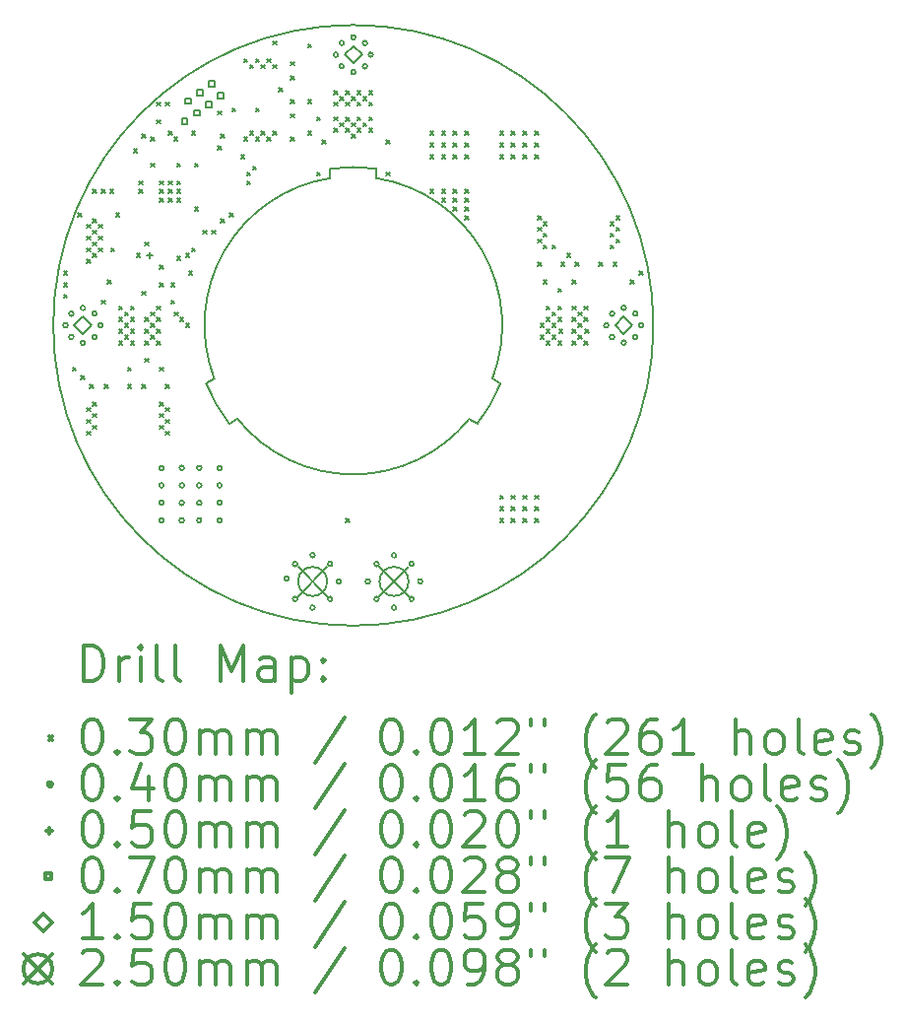
<source format=gbr>
%FSLAX45Y45*%
G04 Gerber Fmt 4.5, Leading zero omitted, Abs format (unit mm)*
G04 Created by KiCad (PCBNEW 4.0.7) date 03/16/20 11:50:23*
%MOMM*%
%LPD*%
G01*
G04 APERTURE LIST*
%ADD10C,0.127000*%
%ADD11C,0.150000*%
%ADD12C,0.200000*%
%ADD13C,0.300000*%
G04 APERTURE END LIST*
D10*
D11*
X-200000Y1345200D02*
X-200000Y1264200D01*
X1265400Y-498500D02*
X1195200Y-458000D01*
X200000Y1345200D02*
X200000Y1264300D01*
X1065600Y-845063D02*
X995500Y-804563D01*
X-1065600Y-845100D02*
X-995500Y-804600D01*
X-1265400Y-498500D02*
X-1195200Y-458000D01*
X1065649Y-845063D02*
G75*
G03X1265400Y-498500I-1065649J845063D01*
G01*
X-1265378Y-498513D02*
G75*
G03X-1065600Y-845100I1265378J498513D01*
G01*
X199967Y1345205D02*
G75*
G03X-200000Y1345200I-199967J-1345205D01*
G01*
X-995511Y-804586D02*
G75*
G03X995500Y-804600I995511J804586D01*
G01*
X1195258Y-458054D02*
G75*
G03X200000Y1264300I-1195258J458054D01*
G01*
X-200050Y1264218D02*
G75*
G03X-1195200Y-458000I200050J-1264218D01*
G01*
X2580000Y0D02*
G75*
G03X2580000Y0I-2580000J0D01*
G01*
D12*
X-2490000Y465000D02*
X-2460000Y435000D01*
X-2460000Y465000D02*
X-2490000Y435000D01*
X-2490000Y365000D02*
X-2460000Y335000D01*
X-2460000Y365000D02*
X-2490000Y335000D01*
X-2490000Y265000D02*
X-2460000Y235000D01*
X-2460000Y265000D02*
X-2490000Y235000D01*
X-2415000Y-360000D02*
X-2385000Y-390000D01*
X-2385000Y-360000D02*
X-2415000Y-390000D01*
X-2365000Y965000D02*
X-2335000Y935000D01*
X-2335000Y965000D02*
X-2365000Y935000D01*
X-2340000Y-435000D02*
X-2310000Y-465000D01*
X-2310000Y-435000D02*
X-2340000Y-465000D01*
X-2290000Y865000D02*
X-2260000Y835000D01*
X-2260000Y865000D02*
X-2290000Y835000D01*
X-2290000Y765000D02*
X-2260000Y735000D01*
X-2260000Y765000D02*
X-2290000Y735000D01*
X-2290000Y665000D02*
X-2260000Y635000D01*
X-2260000Y665000D02*
X-2290000Y635000D01*
X-2290000Y565000D02*
X-2260000Y535000D01*
X-2260000Y565000D02*
X-2290000Y535000D01*
X-2290000Y-710000D02*
X-2260000Y-740000D01*
X-2260000Y-710000D02*
X-2290000Y-740000D01*
X-2290000Y-810000D02*
X-2260000Y-840000D01*
X-2260000Y-810000D02*
X-2290000Y-840000D01*
X-2290000Y-910000D02*
X-2260000Y-940000D01*
X-2260000Y-910000D02*
X-2290000Y-940000D01*
X-2265000Y-510000D02*
X-2235000Y-540000D01*
X-2235000Y-510000D02*
X-2265000Y-540000D01*
X-2240000Y1165000D02*
X-2210000Y1135000D01*
X-2210000Y1165000D02*
X-2240000Y1135000D01*
X-2240000Y915000D02*
X-2210000Y885000D01*
X-2210000Y915000D02*
X-2240000Y885000D01*
X-2240000Y815000D02*
X-2210000Y785000D01*
X-2210000Y815000D02*
X-2240000Y785000D01*
X-2240000Y715000D02*
X-2210000Y685000D01*
X-2210000Y715000D02*
X-2240000Y685000D01*
X-2240000Y615000D02*
X-2210000Y585000D01*
X-2210000Y615000D02*
X-2240000Y585000D01*
X-2240000Y-660000D02*
X-2210000Y-690000D01*
X-2210000Y-660000D02*
X-2240000Y-690000D01*
X-2240000Y-760000D02*
X-2210000Y-790000D01*
X-2210000Y-760000D02*
X-2240000Y-790000D01*
X-2240000Y-860000D02*
X-2210000Y-890000D01*
X-2210000Y-860000D02*
X-2240000Y-890000D01*
X-2190000Y865000D02*
X-2160000Y835000D01*
X-2160000Y865000D02*
X-2190000Y835000D01*
X-2190000Y765000D02*
X-2160000Y735000D01*
X-2160000Y765000D02*
X-2190000Y735000D01*
X-2190000Y665000D02*
X-2160000Y635000D01*
X-2160000Y665000D02*
X-2190000Y635000D01*
X-2165000Y1165000D02*
X-2135000Y1135000D01*
X-2135000Y1165000D02*
X-2165000Y1135000D01*
X-2165000Y215000D02*
X-2135000Y185000D01*
X-2135000Y215000D02*
X-2165000Y185000D01*
X-2140000Y-510000D02*
X-2110000Y-540000D01*
X-2110000Y-510000D02*
X-2140000Y-540000D01*
X-2115000Y390000D02*
X-2085000Y360000D01*
X-2085000Y390000D02*
X-2115000Y360000D01*
X-2090000Y1165000D02*
X-2060000Y1135000D01*
X-2060000Y1165000D02*
X-2090000Y1135000D01*
X-2085000Y665000D02*
X-2055000Y635000D01*
X-2055000Y665000D02*
X-2085000Y635000D01*
X-2040000Y965000D02*
X-2010000Y935000D01*
X-2010000Y965000D02*
X-2040000Y935000D01*
X-2015000Y165000D02*
X-1985000Y135000D01*
X-1985000Y165000D02*
X-2015000Y135000D01*
X-2015000Y65000D02*
X-1985000Y35000D01*
X-1985000Y65000D02*
X-2015000Y35000D01*
X-2015000Y-35000D02*
X-1985000Y-65000D01*
X-1985000Y-35000D02*
X-2015000Y-65000D01*
X-2015000Y-135000D02*
X-1985000Y-165000D01*
X-1985000Y-135000D02*
X-2015000Y-165000D01*
X-1965000Y115000D02*
X-1935000Y85000D01*
X-1935000Y115000D02*
X-1965000Y85000D01*
X-1965000Y15000D02*
X-1935000Y-15000D01*
X-1935000Y15000D02*
X-1965000Y-15000D01*
X-1965000Y-85000D02*
X-1935000Y-115000D01*
X-1935000Y-85000D02*
X-1965000Y-115000D01*
X-1940000Y-360000D02*
X-1910000Y-390000D01*
X-1910000Y-360000D02*
X-1940000Y-390000D01*
X-1940000Y-510000D02*
X-1910000Y-540000D01*
X-1910000Y-510000D02*
X-1940000Y-540000D01*
X-1915000Y165000D02*
X-1885000Y135000D01*
X-1885000Y165000D02*
X-1915000Y135000D01*
X-1915000Y65000D02*
X-1885000Y35000D01*
X-1885000Y65000D02*
X-1915000Y35000D01*
X-1915000Y-35000D02*
X-1885000Y-65000D01*
X-1885000Y-35000D02*
X-1915000Y-65000D01*
X-1915000Y-135000D02*
X-1885000Y-165000D01*
X-1885000Y-135000D02*
X-1915000Y-165000D01*
X-1890000Y1515000D02*
X-1860000Y1485000D01*
X-1860000Y1515000D02*
X-1890000Y1485000D01*
X-1865000Y615000D02*
X-1835000Y585000D01*
X-1835000Y615000D02*
X-1865000Y585000D01*
X-1840000Y1240000D02*
X-1810000Y1210000D01*
X-1810000Y1240000D02*
X-1840000Y1210000D01*
X-1840000Y1165000D02*
X-1810000Y1135000D01*
X-1810000Y1165000D02*
X-1840000Y1135000D01*
X-1815000Y1640000D02*
X-1785000Y1610000D01*
X-1785000Y1640000D02*
X-1815000Y1610000D01*
X-1815000Y290000D02*
X-1785000Y260000D01*
X-1785000Y290000D02*
X-1815000Y260000D01*
X-1815000Y-510000D02*
X-1785000Y-540000D01*
X-1785000Y-510000D02*
X-1815000Y-540000D01*
X-1790000Y715000D02*
X-1760000Y685000D01*
X-1760000Y715000D02*
X-1790000Y685000D01*
X-1790000Y65000D02*
X-1760000Y35000D01*
X-1760000Y65000D02*
X-1790000Y35000D01*
X-1790000Y-35000D02*
X-1760000Y-65000D01*
X-1760000Y-35000D02*
X-1790000Y-65000D01*
X-1790000Y-135000D02*
X-1760000Y-165000D01*
X-1760000Y-135000D02*
X-1790000Y-165000D01*
X-1790000Y-285000D02*
X-1760000Y-315000D01*
X-1760000Y-285000D02*
X-1790000Y-315000D01*
X-1740000Y1615000D02*
X-1710000Y1585000D01*
X-1710000Y1615000D02*
X-1740000Y1585000D01*
X-1740000Y1390000D02*
X-1710000Y1360000D01*
X-1710000Y1390000D02*
X-1740000Y1360000D01*
X-1740000Y115000D02*
X-1710000Y85000D01*
X-1710000Y115000D02*
X-1740000Y85000D01*
X-1740000Y15000D02*
X-1710000Y-15000D01*
X-1710000Y15000D02*
X-1740000Y-15000D01*
X-1740000Y-85000D02*
X-1710000Y-115000D01*
X-1710000Y-85000D02*
X-1740000Y-115000D01*
X-1690000Y1915000D02*
X-1660000Y1885000D01*
X-1660000Y1915000D02*
X-1690000Y1885000D01*
X-1690000Y1765000D02*
X-1660000Y1735000D01*
X-1660000Y1765000D02*
X-1690000Y1735000D01*
X-1690000Y165000D02*
X-1660000Y135000D01*
X-1660000Y165000D02*
X-1690000Y135000D01*
X-1690000Y65000D02*
X-1660000Y35000D01*
X-1660000Y65000D02*
X-1690000Y35000D01*
X-1690000Y-35000D02*
X-1660000Y-65000D01*
X-1660000Y-35000D02*
X-1690000Y-65000D01*
X-1690000Y-135000D02*
X-1660000Y-165000D01*
X-1660000Y-135000D02*
X-1690000Y-165000D01*
X-1665000Y1240000D02*
X-1635000Y1210000D01*
X-1635000Y1240000D02*
X-1665000Y1210000D01*
X-1665000Y1165000D02*
X-1635000Y1135000D01*
X-1635000Y1165000D02*
X-1665000Y1135000D01*
X-1665000Y1090000D02*
X-1635000Y1060000D01*
X-1635000Y1090000D02*
X-1665000Y1060000D01*
X-1665000Y515000D02*
X-1635000Y485000D01*
X-1635000Y515000D02*
X-1665000Y485000D01*
X-1665000Y365000D02*
X-1635000Y335000D01*
X-1635000Y365000D02*
X-1665000Y335000D01*
X-1665000Y-360000D02*
X-1635000Y-390000D01*
X-1635000Y-360000D02*
X-1665000Y-390000D01*
X-1665000Y-660000D02*
X-1635000Y-690000D01*
X-1635000Y-660000D02*
X-1665000Y-690000D01*
X-1665000Y-760000D02*
X-1635000Y-790000D01*
X-1635000Y-760000D02*
X-1665000Y-790000D01*
X-1665000Y-860000D02*
X-1635000Y-890000D01*
X-1635000Y-860000D02*
X-1665000Y-890000D01*
X-1615000Y1915000D02*
X-1585000Y1885000D01*
X-1585000Y1915000D02*
X-1615000Y1885000D01*
X-1615000Y-510000D02*
X-1585000Y-540000D01*
X-1585000Y-510000D02*
X-1615000Y-540000D01*
X-1615000Y-710000D02*
X-1585000Y-740000D01*
X-1585000Y-710000D02*
X-1615000Y-740000D01*
X-1615000Y-810000D02*
X-1585000Y-840000D01*
X-1585000Y-810000D02*
X-1615000Y-840000D01*
X-1615000Y-910000D02*
X-1585000Y-940000D01*
X-1585000Y-910000D02*
X-1615000Y-940000D01*
X-1590000Y1665000D02*
X-1560000Y1635000D01*
X-1560000Y1665000D02*
X-1590000Y1635000D01*
X-1590000Y1240000D02*
X-1560000Y1210000D01*
X-1560000Y1240000D02*
X-1590000Y1210000D01*
X-1590000Y1165000D02*
X-1560000Y1135000D01*
X-1560000Y1165000D02*
X-1590000Y1135000D01*
X-1590000Y1090000D02*
X-1560000Y1060000D01*
X-1560000Y1090000D02*
X-1590000Y1060000D01*
X-1565000Y365000D02*
X-1535000Y335000D01*
X-1535000Y365000D02*
X-1565000Y335000D01*
X-1565000Y215000D02*
X-1535000Y185000D01*
X-1535000Y215000D02*
X-1565000Y185000D01*
X-1540000Y1615000D02*
X-1510000Y1585000D01*
X-1510000Y1615000D02*
X-1540000Y1585000D01*
X-1538500Y115000D02*
X-1508500Y85000D01*
X-1508500Y115000D02*
X-1538500Y85000D01*
X-1515000Y1390000D02*
X-1485000Y1360000D01*
X-1485000Y1390000D02*
X-1515000Y1360000D01*
X-1515000Y1240000D02*
X-1485000Y1210000D01*
X-1485000Y1240000D02*
X-1515000Y1210000D01*
X-1515000Y1165000D02*
X-1485000Y1135000D01*
X-1485000Y1165000D02*
X-1515000Y1135000D01*
X-1515000Y1090000D02*
X-1485000Y1060000D01*
X-1485000Y1090000D02*
X-1515000Y1060000D01*
X-1515000Y590000D02*
X-1485000Y560000D01*
X-1485000Y590000D02*
X-1515000Y560000D01*
X-1490000Y65000D02*
X-1460000Y35000D01*
X-1460000Y65000D02*
X-1490000Y35000D01*
X-1440000Y615000D02*
X-1410000Y585000D01*
X-1410000Y615000D02*
X-1440000Y585000D01*
X-1440000Y15000D02*
X-1410000Y-15000D01*
X-1410000Y15000D02*
X-1440000Y-15000D01*
X-1415000Y465000D02*
X-1385000Y435000D01*
X-1385000Y465000D02*
X-1415000Y435000D01*
X-1390000Y1665000D02*
X-1360000Y1635000D01*
X-1360000Y1665000D02*
X-1390000Y1635000D01*
X-1390000Y665000D02*
X-1360000Y635000D01*
X-1360000Y665000D02*
X-1390000Y635000D01*
X-1365000Y1390000D02*
X-1335000Y1360000D01*
X-1335000Y1390000D02*
X-1365000Y1360000D01*
X-1365000Y1015000D02*
X-1335000Y985000D01*
X-1335000Y1015000D02*
X-1365000Y985000D01*
X-1290000Y815000D02*
X-1260000Y785000D01*
X-1260000Y815000D02*
X-1290000Y785000D01*
X-1215000Y815000D02*
X-1185000Y785000D01*
X-1185000Y815000D02*
X-1215000Y785000D01*
X-1165000Y1840000D02*
X-1135000Y1810000D01*
X-1135000Y1840000D02*
X-1165000Y1810000D01*
X-1165000Y1540000D02*
X-1135000Y1510000D01*
X-1135000Y1540000D02*
X-1165000Y1510000D01*
X-1140000Y1640000D02*
X-1110000Y1610000D01*
X-1110000Y1640000D02*
X-1140000Y1610000D01*
X-1140000Y915000D02*
X-1110000Y885000D01*
X-1110000Y915000D02*
X-1140000Y885000D01*
X-1065000Y965000D02*
X-1035000Y935000D01*
X-1035000Y965000D02*
X-1065000Y935000D01*
X-1040000Y1865000D02*
X-1010000Y1835000D01*
X-1010000Y1865000D02*
X-1040000Y1835000D01*
X-965000Y1465000D02*
X-935000Y1435000D01*
X-935000Y1465000D02*
X-965000Y1435000D01*
X-940000Y2290000D02*
X-910000Y2260000D01*
X-910000Y2290000D02*
X-940000Y2260000D01*
X-940000Y1615000D02*
X-910000Y1585000D01*
X-910000Y1615000D02*
X-940000Y1585000D01*
X-915000Y1315000D02*
X-885000Y1285000D01*
X-885000Y1315000D02*
X-915000Y1285000D01*
X-915000Y1240000D02*
X-885000Y1210000D01*
X-885000Y1240000D02*
X-915000Y1210000D01*
X-890000Y2240000D02*
X-860000Y2210000D01*
X-860000Y2240000D02*
X-890000Y2210000D01*
X-890000Y1665000D02*
X-860000Y1635000D01*
X-860000Y1665000D02*
X-890000Y1635000D01*
X-865000Y1365000D02*
X-835000Y1335000D01*
X-835000Y1365000D02*
X-865000Y1335000D01*
X-840000Y2290000D02*
X-810000Y2260000D01*
X-810000Y2290000D02*
X-840000Y2260000D01*
X-840000Y1865000D02*
X-810000Y1835000D01*
X-810000Y1865000D02*
X-840000Y1835000D01*
X-840000Y1615000D02*
X-810000Y1585000D01*
X-810000Y1615000D02*
X-840000Y1585000D01*
X-790000Y2240000D02*
X-760000Y2210000D01*
X-760000Y2240000D02*
X-790000Y2210000D01*
X-790000Y1665000D02*
X-760000Y1635000D01*
X-760000Y1665000D02*
X-790000Y1635000D01*
X-740000Y2290000D02*
X-710000Y2260000D01*
X-710000Y2290000D02*
X-740000Y2260000D01*
X-740000Y1615000D02*
X-710000Y1585000D01*
X-710000Y1615000D02*
X-740000Y1585000D01*
X-690000Y2440000D02*
X-660000Y2410000D01*
X-660000Y2440000D02*
X-690000Y2410000D01*
X-690000Y2240000D02*
X-660000Y2210000D01*
X-660000Y2240000D02*
X-690000Y2210000D01*
X-690000Y1665000D02*
X-660000Y1635000D01*
X-660000Y1665000D02*
X-690000Y1635000D01*
X-640000Y2040000D02*
X-610000Y2010000D01*
X-610000Y2040000D02*
X-640000Y2010000D01*
X-540000Y2265000D02*
X-510000Y2235000D01*
X-510000Y2265000D02*
X-540000Y2235000D01*
X-540000Y2140000D02*
X-510000Y2110000D01*
X-510000Y2140000D02*
X-540000Y2110000D01*
X-540000Y1940000D02*
X-510000Y1910000D01*
X-510000Y1940000D02*
X-540000Y1910000D01*
X-540000Y1815000D02*
X-510000Y1785000D01*
X-510000Y1815000D02*
X-540000Y1785000D01*
X-540000Y1615000D02*
X-510000Y1585000D01*
X-510000Y1615000D02*
X-540000Y1585000D01*
X-390000Y2415000D02*
X-360000Y2385000D01*
X-360000Y2415000D02*
X-390000Y2385000D01*
X-390000Y1940000D02*
X-360000Y1910000D01*
X-360000Y1940000D02*
X-390000Y1910000D01*
X-390000Y1665000D02*
X-360000Y1635000D01*
X-360000Y1665000D02*
X-390000Y1635000D01*
X-315000Y1790000D02*
X-285000Y1760000D01*
X-285000Y1790000D02*
X-315000Y1760000D01*
X-315000Y1315000D02*
X-285000Y1285000D01*
X-285000Y1315000D02*
X-315000Y1285000D01*
X-265000Y1590000D02*
X-235000Y1560000D01*
X-235000Y1590000D02*
X-265000Y1560000D01*
X-165000Y2015000D02*
X-135000Y1985000D01*
X-135000Y2015000D02*
X-165000Y1985000D01*
X-165000Y1915000D02*
X-135000Y1885000D01*
X-135000Y1915000D02*
X-165000Y1885000D01*
X-165000Y1790000D02*
X-135000Y1760000D01*
X-135000Y1790000D02*
X-165000Y1760000D01*
X-165000Y1690000D02*
X-135000Y1660000D01*
X-135000Y1690000D02*
X-165000Y1660000D01*
X-115000Y1965000D02*
X-85000Y1935000D01*
X-85000Y1965000D02*
X-115000Y1935000D01*
X-115000Y1740000D02*
X-85000Y1710000D01*
X-85000Y1740000D02*
X-115000Y1710000D01*
X-65263Y1785319D02*
X-35264Y1755319D01*
X-35264Y1785319D02*
X-65263Y1755319D01*
X-65000Y2015000D02*
X-35000Y1985000D01*
X-35000Y2015000D02*
X-65000Y1985000D01*
X-65000Y1915000D02*
X-35000Y1885000D01*
X-35000Y1915000D02*
X-65000Y1885000D01*
X-65000Y1690000D02*
X-35000Y1660000D01*
X-35000Y1690000D02*
X-65000Y1660000D01*
X-65000Y-1660000D02*
X-35000Y-1690000D01*
X-35000Y-1660000D02*
X-65000Y-1690000D01*
X-15000Y1965000D02*
X15000Y1935000D01*
X15000Y1965000D02*
X-15000Y1935000D01*
X-15000Y1740000D02*
X15000Y1710000D01*
X15000Y1740000D02*
X-15000Y1710000D01*
X-15000Y1640000D02*
X15000Y1610000D01*
X15000Y1640000D02*
X-15000Y1610000D01*
X35000Y2015000D02*
X65000Y1985000D01*
X65000Y2015000D02*
X35000Y1985000D01*
X35000Y1915000D02*
X65000Y1885000D01*
X65000Y1915000D02*
X35000Y1885000D01*
X35000Y1790000D02*
X65000Y1760000D01*
X65000Y1790000D02*
X35000Y1760000D01*
X35000Y1690000D02*
X65000Y1660000D01*
X65000Y1690000D02*
X35000Y1660000D01*
X85000Y1965000D02*
X115000Y1935000D01*
X115000Y1965000D02*
X85000Y1935000D01*
X85000Y1740000D02*
X115000Y1710000D01*
X115000Y1740000D02*
X85000Y1710000D01*
X135000Y2015000D02*
X165000Y1985000D01*
X165000Y2015000D02*
X135000Y1985000D01*
X135000Y1915000D02*
X165000Y1885000D01*
X165000Y1915000D02*
X135000Y1885000D01*
X135000Y1790000D02*
X165000Y1760000D01*
X165000Y1790000D02*
X135000Y1760000D01*
X135000Y1690000D02*
X165000Y1660000D01*
X165000Y1690000D02*
X135000Y1660000D01*
X285000Y1590000D02*
X315000Y1560000D01*
X315000Y1590000D02*
X285000Y1560000D01*
X285000Y1315000D02*
X315000Y1285000D01*
X315000Y1315000D02*
X285000Y1285000D01*
X660000Y1665000D02*
X690000Y1635000D01*
X690000Y1665000D02*
X660000Y1635000D01*
X660000Y1565000D02*
X690000Y1535000D01*
X690000Y1565000D02*
X660000Y1535000D01*
X660000Y1465000D02*
X690000Y1435000D01*
X690000Y1465000D02*
X660000Y1435000D01*
X660000Y1165000D02*
X690000Y1135000D01*
X690000Y1165000D02*
X660000Y1135000D01*
X760000Y1665000D02*
X790000Y1635000D01*
X790000Y1665000D02*
X760000Y1635000D01*
X760000Y1565000D02*
X790000Y1535000D01*
X790000Y1565000D02*
X760000Y1535000D01*
X760000Y1465000D02*
X790000Y1435000D01*
X790000Y1465000D02*
X760000Y1435000D01*
X760000Y1165000D02*
X790000Y1135000D01*
X790000Y1165000D02*
X760000Y1135000D01*
X760000Y1090000D02*
X790000Y1060000D01*
X790000Y1090000D02*
X760000Y1060000D01*
X860000Y1665000D02*
X890000Y1635000D01*
X890000Y1665000D02*
X860000Y1635000D01*
X860000Y1565000D02*
X890000Y1535000D01*
X890000Y1565000D02*
X860000Y1535000D01*
X860000Y1465000D02*
X890000Y1435000D01*
X890000Y1465000D02*
X860000Y1435000D01*
X860000Y1165000D02*
X890000Y1135000D01*
X890000Y1165000D02*
X860000Y1135000D01*
X860000Y1090000D02*
X890000Y1060000D01*
X890000Y1090000D02*
X860000Y1060000D01*
X860000Y1015000D02*
X890000Y985000D01*
X890000Y1015000D02*
X860000Y985000D01*
X960000Y1665000D02*
X990000Y1635000D01*
X990000Y1665000D02*
X960000Y1635000D01*
X960000Y1565000D02*
X990000Y1535000D01*
X990000Y1565000D02*
X960000Y1535000D01*
X960000Y1465000D02*
X990000Y1435000D01*
X990000Y1465000D02*
X960000Y1435000D01*
X960000Y1165000D02*
X990000Y1135000D01*
X990000Y1165000D02*
X960000Y1135000D01*
X960000Y1090000D02*
X990000Y1060000D01*
X990000Y1090000D02*
X960000Y1060000D01*
X960000Y1015000D02*
X990000Y985000D01*
X990000Y1015000D02*
X960000Y985000D01*
X960000Y940000D02*
X990000Y910000D01*
X990000Y940000D02*
X960000Y910000D01*
X1260000Y1665000D02*
X1290000Y1635000D01*
X1290000Y1665000D02*
X1260000Y1635000D01*
X1260000Y1565000D02*
X1290000Y1535000D01*
X1290000Y1565000D02*
X1260000Y1535000D01*
X1260000Y1465000D02*
X1290000Y1435000D01*
X1290000Y1465000D02*
X1260000Y1435000D01*
X1260000Y-1460000D02*
X1290000Y-1490000D01*
X1290000Y-1460000D02*
X1260000Y-1490000D01*
X1260000Y-1560000D02*
X1290000Y-1590000D01*
X1290000Y-1560000D02*
X1260000Y-1590000D01*
X1260000Y-1660000D02*
X1290000Y-1690000D01*
X1290000Y-1660000D02*
X1260000Y-1690000D01*
X1360000Y1665000D02*
X1390000Y1635000D01*
X1390000Y1665000D02*
X1360000Y1635000D01*
X1360000Y1565000D02*
X1390000Y1535000D01*
X1390000Y1565000D02*
X1360000Y1535000D01*
X1360000Y1465000D02*
X1390000Y1435000D01*
X1390000Y1465000D02*
X1360000Y1435000D01*
X1360000Y-1460000D02*
X1390000Y-1490000D01*
X1390000Y-1460000D02*
X1360000Y-1490000D01*
X1360000Y-1560000D02*
X1390000Y-1590000D01*
X1390000Y-1560000D02*
X1360000Y-1590000D01*
X1360000Y-1660000D02*
X1390000Y-1690000D01*
X1390000Y-1660000D02*
X1360000Y-1690000D01*
X1460000Y1665000D02*
X1490000Y1635000D01*
X1490000Y1665000D02*
X1460000Y1635000D01*
X1460000Y1565000D02*
X1490000Y1535000D01*
X1490000Y1565000D02*
X1460000Y1535000D01*
X1460000Y1465000D02*
X1490000Y1435000D01*
X1490000Y1465000D02*
X1460000Y1435000D01*
X1460000Y-1460000D02*
X1490000Y-1490000D01*
X1490000Y-1460000D02*
X1460000Y-1490000D01*
X1460000Y-1560000D02*
X1490000Y-1590000D01*
X1490000Y-1560000D02*
X1460000Y-1590000D01*
X1460000Y-1660000D02*
X1490000Y-1690000D01*
X1490000Y-1660000D02*
X1460000Y-1690000D01*
X1560000Y1665000D02*
X1590000Y1635000D01*
X1590000Y1665000D02*
X1560000Y1635000D01*
X1560000Y1565000D02*
X1590000Y1535000D01*
X1590000Y1565000D02*
X1560000Y1535000D01*
X1560000Y1465000D02*
X1590000Y1435000D01*
X1590000Y1465000D02*
X1560000Y1435000D01*
X1560000Y-1460000D02*
X1590000Y-1490000D01*
X1590000Y-1460000D02*
X1560000Y-1490000D01*
X1560000Y-1560000D02*
X1590000Y-1590000D01*
X1590000Y-1560000D02*
X1560000Y-1590000D01*
X1560000Y-1660000D02*
X1590000Y-1690000D01*
X1590000Y-1660000D02*
X1560000Y-1690000D01*
X1585000Y940000D02*
X1615000Y910000D01*
X1615000Y940000D02*
X1585000Y910000D01*
X1585000Y840000D02*
X1615000Y810000D01*
X1615000Y840000D02*
X1585000Y810000D01*
X1585000Y740000D02*
X1615000Y710000D01*
X1615000Y740000D02*
X1585000Y710000D01*
X1585000Y540000D02*
X1615000Y510000D01*
X1615000Y540000D02*
X1585000Y510000D01*
X1610000Y15000D02*
X1640000Y-15000D01*
X1640000Y15000D02*
X1610000Y-15000D01*
X1610000Y-85000D02*
X1640000Y-115000D01*
X1640000Y-85000D02*
X1610000Y-115000D01*
X1635000Y890000D02*
X1665000Y860000D01*
X1665000Y890000D02*
X1635000Y860000D01*
X1635000Y790000D02*
X1665000Y760000D01*
X1665000Y790000D02*
X1635000Y760000D01*
X1635000Y690000D02*
X1665000Y660000D01*
X1665000Y690000D02*
X1635000Y660000D01*
X1635000Y390000D02*
X1665000Y360000D01*
X1665000Y390000D02*
X1635000Y360000D01*
X1660000Y165000D02*
X1690000Y135000D01*
X1690000Y165000D02*
X1660000Y135000D01*
X1660000Y65000D02*
X1690000Y35000D01*
X1690000Y65000D02*
X1660000Y35000D01*
X1660000Y-35000D02*
X1690000Y-65000D01*
X1690000Y-35000D02*
X1660000Y-65000D01*
X1660000Y-135000D02*
X1690000Y-165000D01*
X1690000Y-135000D02*
X1660000Y-165000D01*
X1710000Y690000D02*
X1740000Y660000D01*
X1740000Y690000D02*
X1710000Y660000D01*
X1710000Y115000D02*
X1740000Y85000D01*
X1740000Y115000D02*
X1710000Y85000D01*
X1710000Y15000D02*
X1740000Y-15000D01*
X1740000Y15000D02*
X1710000Y-15000D01*
X1710000Y-85000D02*
X1740000Y-115000D01*
X1740000Y-85000D02*
X1710000Y-115000D01*
X1760000Y315000D02*
X1790000Y285000D01*
X1790000Y315000D02*
X1760000Y285000D01*
X1760000Y165000D02*
X1790000Y135000D01*
X1790000Y165000D02*
X1760000Y135000D01*
X1760000Y65000D02*
X1790000Y35000D01*
X1790000Y65000D02*
X1760000Y35000D01*
X1760000Y-135000D02*
X1790000Y-165000D01*
X1790000Y-135000D02*
X1760000Y-165000D01*
X1769574Y-34381D02*
X1799574Y-64381D01*
X1799574Y-34381D02*
X1769574Y-64381D01*
X1785000Y540000D02*
X1815000Y510000D01*
X1815000Y540000D02*
X1785000Y510000D01*
X1835000Y615000D02*
X1865000Y585000D01*
X1865000Y615000D02*
X1835000Y585000D01*
X1885000Y390000D02*
X1915000Y360000D01*
X1915000Y390000D02*
X1885000Y360000D01*
X1885000Y165000D02*
X1915000Y135000D01*
X1915000Y165000D02*
X1885000Y135000D01*
X1885000Y65000D02*
X1915000Y35000D01*
X1915000Y65000D02*
X1885000Y35000D01*
X1885000Y-35000D02*
X1915000Y-65000D01*
X1915000Y-35000D02*
X1885000Y-65000D01*
X1885000Y-135000D02*
X1915000Y-165000D01*
X1915000Y-135000D02*
X1885000Y-165000D01*
X1910000Y540000D02*
X1940000Y510000D01*
X1940000Y540000D02*
X1910000Y510000D01*
X1935000Y115000D02*
X1965000Y85000D01*
X1965000Y115000D02*
X1935000Y85000D01*
X1935000Y15000D02*
X1965000Y-15000D01*
X1965000Y15000D02*
X1935000Y-15000D01*
X1935000Y-85000D02*
X1965000Y-115000D01*
X1965000Y-85000D02*
X1935000Y-115000D01*
X1985000Y165000D02*
X2015000Y135000D01*
X2015000Y165000D02*
X1985000Y135000D01*
X1985000Y65000D02*
X2015000Y35000D01*
X2015000Y65000D02*
X1985000Y35000D01*
X1985000Y-135000D02*
X2015000Y-165000D01*
X2015000Y-135000D02*
X1985000Y-165000D01*
X1994574Y-34381D02*
X2024574Y-64381D01*
X2024574Y-34381D02*
X1994574Y-64381D01*
X2110000Y540000D02*
X2140000Y510000D01*
X2140000Y540000D02*
X2110000Y510000D01*
X2210000Y890000D02*
X2240000Y860000D01*
X2240000Y890000D02*
X2210000Y860000D01*
X2210000Y790000D02*
X2240000Y760000D01*
X2240000Y790000D02*
X2210000Y760000D01*
X2210000Y690000D02*
X2240000Y660000D01*
X2240000Y690000D02*
X2210000Y660000D01*
X2235000Y540000D02*
X2265000Y510000D01*
X2265000Y540000D02*
X2235000Y510000D01*
X2260000Y940000D02*
X2290000Y910000D01*
X2290000Y940000D02*
X2260000Y910000D01*
X2260000Y840000D02*
X2290000Y810000D01*
X2290000Y840000D02*
X2260000Y810000D01*
X2260000Y740000D02*
X2290000Y710000D01*
X2290000Y740000D02*
X2260000Y710000D01*
X2385000Y390000D02*
X2415000Y360000D01*
X2415000Y390000D02*
X2385000Y360000D01*
X2460000Y465000D02*
X2490000Y435000D01*
X2490000Y465000D02*
X2460000Y435000D01*
X-2455000Y0D02*
G75*
G03X-2455000Y0I-20000J0D01*
G01*
X-2405000Y100000D02*
G75*
G03X-2405000Y100000I-20000J0D01*
G01*
X-2405000Y-100000D02*
G75*
G03X-2405000Y-100000I-20000J0D01*
G01*
X-2305000Y150000D02*
G75*
G03X-2305000Y150000I-20000J0D01*
G01*
X-2305000Y-150000D02*
G75*
G03X-2305000Y-150000I-20000J0D01*
G01*
X-2205000Y100000D02*
G75*
G03X-2205000Y100000I-20000J0D01*
G01*
X-2205000Y-100000D02*
G75*
G03X-2205000Y-100000I-20000J0D01*
G01*
X-2155000Y0D02*
G75*
G03X-2155000Y0I-20000J0D01*
G01*
X-1630000Y-1225000D02*
G75*
G03X-1630000Y-1225000I-20000J0D01*
G01*
X-1630000Y-1375000D02*
G75*
G03X-1630000Y-1375000I-20000J0D01*
G01*
X-1630000Y-1525000D02*
G75*
G03X-1630000Y-1525000I-20000J0D01*
G01*
X-1630000Y-1675000D02*
G75*
G03X-1630000Y-1675000I-20000J0D01*
G01*
X-1455000Y-1225000D02*
G75*
G03X-1455000Y-1225000I-20000J0D01*
G01*
X-1455000Y-1375000D02*
G75*
G03X-1455000Y-1375000I-20000J0D01*
G01*
X-1455000Y-1525000D02*
G75*
G03X-1455000Y-1525000I-20000J0D01*
G01*
X-1455000Y-1675000D02*
G75*
G03X-1455000Y-1675000I-20000J0D01*
G01*
X-1305000Y-1225000D02*
G75*
G03X-1305000Y-1225000I-20000J0D01*
G01*
X-1305000Y-1375000D02*
G75*
G03X-1305000Y-1375000I-20000J0D01*
G01*
X-1305000Y-1525000D02*
G75*
G03X-1305000Y-1525000I-20000J0D01*
G01*
X-1305000Y-1675000D02*
G75*
G03X-1305000Y-1675000I-20000J0D01*
G01*
X-1130000Y-1225000D02*
G75*
G03X-1130000Y-1225000I-20000J0D01*
G01*
X-1130000Y-1375000D02*
G75*
G03X-1130000Y-1375000I-20000J0D01*
G01*
X-1130000Y-1525000D02*
G75*
G03X-1130000Y-1525000I-20000J0D01*
G01*
X-1130000Y-1675000D02*
G75*
G03X-1130000Y-1675000I-20000J0D01*
G01*
X-555000Y-2175000D02*
G75*
G03X-555000Y-2175000I-20000J0D01*
G01*
X-480000Y-2050000D02*
G75*
G03X-480000Y-2050000I-20000J0D01*
G01*
X-480000Y-2350000D02*
G75*
G03X-480000Y-2350000I-20000J0D01*
G01*
X-330000Y-1975000D02*
G75*
G03X-330000Y-1975000I-20000J0D01*
G01*
X-330000Y-2425000D02*
G75*
G03X-330000Y-2425000I-20000J0D01*
G01*
X-180000Y-2050000D02*
G75*
G03X-180000Y-2050000I-20000J0D01*
G01*
X-180000Y-2350000D02*
G75*
G03X-180000Y-2350000I-20000J0D01*
G01*
X-130000Y2325000D02*
G75*
G03X-130000Y2325000I-20000J0D01*
G01*
X-105000Y-2200000D02*
G75*
G03X-105000Y-2200000I-20000J0D01*
G01*
X-80000Y2425000D02*
G75*
G03X-80000Y2425000I-20000J0D01*
G01*
X-80000Y2225000D02*
G75*
G03X-80000Y2225000I-20000J0D01*
G01*
X20000Y2475000D02*
G75*
G03X20000Y2475000I-20000J0D01*
G01*
X20000Y2175000D02*
G75*
G03X20000Y2175000I-20000J0D01*
G01*
X120000Y2425000D02*
G75*
G03X120000Y2425000I-20000J0D01*
G01*
X120000Y2225000D02*
G75*
G03X120000Y2225000I-20000J0D01*
G01*
X145000Y-2200000D02*
G75*
G03X145000Y-2200000I-20000J0D01*
G01*
X170000Y2325000D02*
G75*
G03X170000Y2325000I-20000J0D01*
G01*
X220000Y-2050000D02*
G75*
G03X220000Y-2050000I-20000J0D01*
G01*
X220000Y-2350000D02*
G75*
G03X220000Y-2350000I-20000J0D01*
G01*
X370000Y-1975000D02*
G75*
G03X370000Y-1975000I-20000J0D01*
G01*
X370000Y-2425000D02*
G75*
G03X370000Y-2425000I-20000J0D01*
G01*
X520000Y-2050000D02*
G75*
G03X520000Y-2050000I-20000J0D01*
G01*
X520000Y-2350000D02*
G75*
G03X520000Y-2350000I-20000J0D01*
G01*
X595000Y-2200000D02*
G75*
G03X595000Y-2200000I-20000J0D01*
G01*
X2195000Y0D02*
G75*
G03X2195000Y0I-20000J0D01*
G01*
X2245000Y100000D02*
G75*
G03X2245000Y100000I-20000J0D01*
G01*
X2245000Y-100000D02*
G75*
G03X2245000Y-100000I-20000J0D01*
G01*
X2345000Y150000D02*
G75*
G03X2345000Y150000I-20000J0D01*
G01*
X2345000Y-150000D02*
G75*
G03X2345000Y-150000I-20000J0D01*
G01*
X2445000Y100619D02*
G75*
G03X2445000Y100619I-20000J0D01*
G01*
X2445000Y-100000D02*
G75*
G03X2445000Y-100000I-20000J0D01*
G01*
X2495000Y0D02*
G75*
G03X2495000Y0I-20000J0D01*
G01*
X-1750000Y625000D02*
X-1750000Y575000D01*
X-1775000Y600000D02*
X-1725000Y600000D01*
X-1425251Y1725251D02*
X-1425251Y1774749D01*
X-1474749Y1774749D01*
X-1474749Y1725251D01*
X-1425251Y1725251D01*
X-1397774Y1902742D02*
X-1397774Y1952240D01*
X-1447272Y1952240D01*
X-1447272Y1902742D01*
X-1397774Y1902742D01*
X-1322767Y1800258D02*
X-1322767Y1849756D01*
X-1372265Y1849756D01*
X-1372265Y1800258D01*
X-1322767Y1800258D01*
X-1295290Y1977749D02*
X-1295290Y2027247D01*
X-1344788Y2027247D01*
X-1344788Y1977749D01*
X-1295290Y1977749D01*
X-1220283Y1875265D02*
X-1220283Y1924763D01*
X-1269781Y1924763D01*
X-1269781Y1875265D01*
X-1220283Y1875265D01*
X-1192806Y2052756D02*
X-1192806Y2102254D01*
X-1242304Y2102254D01*
X-1242304Y2052756D01*
X-1192806Y2052756D01*
X-1117799Y1950272D02*
X-1117799Y1999770D01*
X-1167297Y1999770D01*
X-1167297Y1950272D01*
X-1117799Y1950272D01*
X-2325000Y-75057D02*
X-2249943Y0D01*
X-2325000Y75057D01*
X-2400057Y0D01*
X-2325000Y-75057D01*
X0Y2249943D02*
X75057Y2325000D01*
X0Y2400057D01*
X-75057Y2325000D01*
X0Y2249943D01*
X2325000Y-75057D02*
X2400057Y0D01*
X2325000Y75057D01*
X2249943Y0D01*
X2325000Y-75057D01*
X-474968Y-2075032D02*
X-225032Y-2324968D01*
X-225032Y-2075032D02*
X-474968Y-2324968D01*
X-225032Y-2200000D02*
G75*
G03X-225032Y-2200000I-124968J0D01*
G01*
X225032Y-2075032D02*
X474968Y-2324968D01*
X474968Y-2075032D02*
X225032Y-2324968D01*
X474968Y-2200000D02*
G75*
G03X474968Y-2200000I-124968J0D01*
G01*
D13*
X-2316072Y-3053214D02*
X-2316072Y-2753214D01*
X-2244643Y-2753214D01*
X-2201786Y-2767500D01*
X-2173214Y-2796072D01*
X-2158929Y-2824643D01*
X-2144643Y-2881786D01*
X-2144643Y-2924643D01*
X-2158929Y-2981786D01*
X-2173214Y-3010357D01*
X-2201786Y-3038929D01*
X-2244643Y-3053214D01*
X-2316072Y-3053214D01*
X-2016071Y-3053214D02*
X-2016071Y-2853214D01*
X-2016071Y-2910357D02*
X-2001786Y-2881786D01*
X-1987500Y-2867500D01*
X-1958929Y-2853214D01*
X-1930357Y-2853214D01*
X-1830357Y-3053214D02*
X-1830357Y-2853214D01*
X-1830357Y-2753214D02*
X-1844643Y-2767500D01*
X-1830357Y-2781786D01*
X-1816071Y-2767500D01*
X-1830357Y-2753214D01*
X-1830357Y-2781786D01*
X-1644643Y-3053214D02*
X-1673214Y-3038929D01*
X-1687500Y-3010357D01*
X-1687500Y-2753214D01*
X-1487500Y-3053214D02*
X-1516071Y-3038929D01*
X-1530357Y-3010357D01*
X-1530357Y-2753214D01*
X-1144643Y-3053214D02*
X-1144643Y-2753214D01*
X-1044643Y-2967500D01*
X-944643Y-2753214D01*
X-944643Y-3053214D01*
X-673214Y-3053214D02*
X-673214Y-2896071D01*
X-687500Y-2867500D01*
X-716071Y-2853214D01*
X-773214Y-2853214D01*
X-801786Y-2867500D01*
X-673214Y-3038929D02*
X-701786Y-3053214D01*
X-773214Y-3053214D01*
X-801786Y-3038929D01*
X-816071Y-3010357D01*
X-816071Y-2981786D01*
X-801786Y-2953214D01*
X-773214Y-2938929D01*
X-701786Y-2938929D01*
X-673214Y-2924643D01*
X-530357Y-2853214D02*
X-530357Y-3153214D01*
X-530357Y-2867500D02*
X-501786Y-2853214D01*
X-444643Y-2853214D01*
X-416071Y-2867500D01*
X-401786Y-2881786D01*
X-387500Y-2910357D01*
X-387500Y-2996071D01*
X-401786Y-3024643D01*
X-416071Y-3038929D01*
X-444643Y-3053214D01*
X-501786Y-3053214D01*
X-530357Y-3038929D01*
X-258929Y-3024643D02*
X-244643Y-3038929D01*
X-258929Y-3053214D01*
X-273214Y-3038929D01*
X-258929Y-3024643D01*
X-258929Y-3053214D01*
X-258929Y-2867500D02*
X-244643Y-2881786D01*
X-258929Y-2896071D01*
X-273214Y-2881786D01*
X-258929Y-2867500D01*
X-258929Y-2896071D01*
X-2617500Y-3532500D02*
X-2587500Y-3562500D01*
X-2587500Y-3532500D02*
X-2617500Y-3562500D01*
X-2258929Y-3383214D02*
X-2230357Y-3383214D01*
X-2201786Y-3397500D01*
X-2187500Y-3411786D01*
X-2173214Y-3440357D01*
X-2158929Y-3497500D01*
X-2158929Y-3568929D01*
X-2173214Y-3626071D01*
X-2187500Y-3654643D01*
X-2201786Y-3668929D01*
X-2230357Y-3683214D01*
X-2258929Y-3683214D01*
X-2287500Y-3668929D01*
X-2301786Y-3654643D01*
X-2316072Y-3626071D01*
X-2330357Y-3568929D01*
X-2330357Y-3497500D01*
X-2316072Y-3440357D01*
X-2301786Y-3411786D01*
X-2287500Y-3397500D01*
X-2258929Y-3383214D01*
X-2030357Y-3654643D02*
X-2016071Y-3668929D01*
X-2030357Y-3683214D01*
X-2044643Y-3668929D01*
X-2030357Y-3654643D01*
X-2030357Y-3683214D01*
X-1916072Y-3383214D02*
X-1730357Y-3383214D01*
X-1830357Y-3497500D01*
X-1787500Y-3497500D01*
X-1758929Y-3511786D01*
X-1744643Y-3526071D01*
X-1730357Y-3554643D01*
X-1730357Y-3626071D01*
X-1744643Y-3654643D01*
X-1758929Y-3668929D01*
X-1787500Y-3683214D01*
X-1873214Y-3683214D01*
X-1901786Y-3668929D01*
X-1916072Y-3654643D01*
X-1544643Y-3383214D02*
X-1516071Y-3383214D01*
X-1487500Y-3397500D01*
X-1473214Y-3411786D01*
X-1458929Y-3440357D01*
X-1444643Y-3497500D01*
X-1444643Y-3568929D01*
X-1458929Y-3626071D01*
X-1473214Y-3654643D01*
X-1487500Y-3668929D01*
X-1516071Y-3683214D01*
X-1544643Y-3683214D01*
X-1573214Y-3668929D01*
X-1587500Y-3654643D01*
X-1601786Y-3626071D01*
X-1616071Y-3568929D01*
X-1616071Y-3497500D01*
X-1601786Y-3440357D01*
X-1587500Y-3411786D01*
X-1573214Y-3397500D01*
X-1544643Y-3383214D01*
X-1316072Y-3683214D02*
X-1316072Y-3483214D01*
X-1316072Y-3511786D02*
X-1301786Y-3497500D01*
X-1273214Y-3483214D01*
X-1230357Y-3483214D01*
X-1201786Y-3497500D01*
X-1187500Y-3526071D01*
X-1187500Y-3683214D01*
X-1187500Y-3526071D02*
X-1173214Y-3497500D01*
X-1144643Y-3483214D01*
X-1101786Y-3483214D01*
X-1073214Y-3497500D01*
X-1058929Y-3526071D01*
X-1058929Y-3683214D01*
X-916071Y-3683214D02*
X-916071Y-3483214D01*
X-916071Y-3511786D02*
X-901786Y-3497500D01*
X-873214Y-3483214D01*
X-830357Y-3483214D01*
X-801786Y-3497500D01*
X-787500Y-3526071D01*
X-787500Y-3683214D01*
X-787500Y-3526071D02*
X-773214Y-3497500D01*
X-744643Y-3483214D01*
X-701786Y-3483214D01*
X-673214Y-3497500D01*
X-658929Y-3526071D01*
X-658929Y-3683214D01*
X-73214Y-3368929D02*
X-330357Y-3754643D01*
X312500Y-3383214D02*
X341071Y-3383214D01*
X369643Y-3397500D01*
X383928Y-3411786D01*
X398214Y-3440357D01*
X412500Y-3497500D01*
X412500Y-3568929D01*
X398214Y-3626071D01*
X383928Y-3654643D01*
X369643Y-3668929D01*
X341071Y-3683214D01*
X312500Y-3683214D01*
X283928Y-3668929D01*
X269643Y-3654643D01*
X255357Y-3626071D01*
X241071Y-3568929D01*
X241071Y-3497500D01*
X255357Y-3440357D01*
X269643Y-3411786D01*
X283928Y-3397500D01*
X312500Y-3383214D01*
X541071Y-3654643D02*
X555357Y-3668929D01*
X541071Y-3683214D01*
X526786Y-3668929D01*
X541071Y-3654643D01*
X541071Y-3683214D01*
X741071Y-3383214D02*
X769643Y-3383214D01*
X798214Y-3397500D01*
X812500Y-3411786D01*
X826785Y-3440357D01*
X841071Y-3497500D01*
X841071Y-3568929D01*
X826785Y-3626071D01*
X812500Y-3654643D01*
X798214Y-3668929D01*
X769643Y-3683214D01*
X741071Y-3683214D01*
X712500Y-3668929D01*
X698214Y-3654643D01*
X683928Y-3626071D01*
X669643Y-3568929D01*
X669643Y-3497500D01*
X683928Y-3440357D01*
X698214Y-3411786D01*
X712500Y-3397500D01*
X741071Y-3383214D01*
X1126786Y-3683214D02*
X955357Y-3683214D01*
X1041071Y-3683214D02*
X1041071Y-3383214D01*
X1012500Y-3426071D01*
X983928Y-3454643D01*
X955357Y-3468929D01*
X1241071Y-3411786D02*
X1255357Y-3397500D01*
X1283928Y-3383214D01*
X1355357Y-3383214D01*
X1383928Y-3397500D01*
X1398214Y-3411786D01*
X1412500Y-3440357D01*
X1412500Y-3468929D01*
X1398214Y-3511786D01*
X1226786Y-3683214D01*
X1412500Y-3683214D01*
X1526786Y-3383214D02*
X1526786Y-3440357D01*
X1641071Y-3383214D02*
X1641071Y-3440357D01*
X2083928Y-3797500D02*
X2069643Y-3783214D01*
X2041071Y-3740357D01*
X2026785Y-3711786D01*
X2012500Y-3668929D01*
X1998214Y-3597500D01*
X1998214Y-3540357D01*
X2012500Y-3468929D01*
X2026785Y-3426071D01*
X2041071Y-3397500D01*
X2069643Y-3354643D01*
X2083928Y-3340357D01*
X2183928Y-3411786D02*
X2198214Y-3397500D01*
X2226786Y-3383214D01*
X2298214Y-3383214D01*
X2326786Y-3397500D01*
X2341071Y-3411786D01*
X2355357Y-3440357D01*
X2355357Y-3468929D01*
X2341071Y-3511786D01*
X2169643Y-3683214D01*
X2355357Y-3683214D01*
X2612500Y-3383214D02*
X2555357Y-3383214D01*
X2526786Y-3397500D01*
X2512500Y-3411786D01*
X2483928Y-3454643D01*
X2469643Y-3511786D01*
X2469643Y-3626071D01*
X2483928Y-3654643D01*
X2498214Y-3668929D01*
X2526786Y-3683214D01*
X2583928Y-3683214D01*
X2612500Y-3668929D01*
X2626786Y-3654643D01*
X2641071Y-3626071D01*
X2641071Y-3554643D01*
X2626786Y-3526071D01*
X2612500Y-3511786D01*
X2583928Y-3497500D01*
X2526786Y-3497500D01*
X2498214Y-3511786D01*
X2483928Y-3526071D01*
X2469643Y-3554643D01*
X2926785Y-3683214D02*
X2755357Y-3683214D01*
X2841071Y-3683214D02*
X2841071Y-3383214D01*
X2812500Y-3426071D01*
X2783928Y-3454643D01*
X2755357Y-3468929D01*
X3283928Y-3683214D02*
X3283928Y-3383214D01*
X3412500Y-3683214D02*
X3412500Y-3526071D01*
X3398214Y-3497500D01*
X3369643Y-3483214D01*
X3326785Y-3483214D01*
X3298214Y-3497500D01*
X3283928Y-3511786D01*
X3598214Y-3683214D02*
X3569643Y-3668929D01*
X3555357Y-3654643D01*
X3541071Y-3626071D01*
X3541071Y-3540357D01*
X3555357Y-3511786D01*
X3569643Y-3497500D01*
X3598214Y-3483214D01*
X3641071Y-3483214D01*
X3669643Y-3497500D01*
X3683928Y-3511786D01*
X3698214Y-3540357D01*
X3698214Y-3626071D01*
X3683928Y-3654643D01*
X3669643Y-3668929D01*
X3641071Y-3683214D01*
X3598214Y-3683214D01*
X3869643Y-3683214D02*
X3841071Y-3668929D01*
X3826786Y-3640357D01*
X3826786Y-3383214D01*
X4098214Y-3668929D02*
X4069643Y-3683214D01*
X4012500Y-3683214D01*
X3983928Y-3668929D01*
X3969643Y-3640357D01*
X3969643Y-3526071D01*
X3983928Y-3497500D01*
X4012500Y-3483214D01*
X4069643Y-3483214D01*
X4098214Y-3497500D01*
X4112500Y-3526071D01*
X4112500Y-3554643D01*
X3969643Y-3583214D01*
X4226786Y-3668929D02*
X4255357Y-3683214D01*
X4312500Y-3683214D01*
X4341071Y-3668929D01*
X4355357Y-3640357D01*
X4355357Y-3626071D01*
X4341071Y-3597500D01*
X4312500Y-3583214D01*
X4269643Y-3583214D01*
X4241071Y-3568929D01*
X4226786Y-3540357D01*
X4226786Y-3526071D01*
X4241071Y-3497500D01*
X4269643Y-3483214D01*
X4312500Y-3483214D01*
X4341071Y-3497500D01*
X4455357Y-3797500D02*
X4469643Y-3783214D01*
X4498214Y-3740357D01*
X4512500Y-3711786D01*
X4526786Y-3668929D01*
X4541071Y-3597500D01*
X4541071Y-3540357D01*
X4526786Y-3468929D01*
X4512500Y-3426071D01*
X4498214Y-3397500D01*
X4469643Y-3354643D01*
X4455357Y-3340357D01*
X-2587500Y-3943500D02*
G75*
G03X-2587500Y-3943500I-20000J0D01*
G01*
X-2258929Y-3779214D02*
X-2230357Y-3779214D01*
X-2201786Y-3793500D01*
X-2187500Y-3807786D01*
X-2173214Y-3836357D01*
X-2158929Y-3893500D01*
X-2158929Y-3964929D01*
X-2173214Y-4022071D01*
X-2187500Y-4050643D01*
X-2201786Y-4064929D01*
X-2230357Y-4079214D01*
X-2258929Y-4079214D01*
X-2287500Y-4064929D01*
X-2301786Y-4050643D01*
X-2316072Y-4022071D01*
X-2330357Y-3964929D01*
X-2330357Y-3893500D01*
X-2316072Y-3836357D01*
X-2301786Y-3807786D01*
X-2287500Y-3793500D01*
X-2258929Y-3779214D01*
X-2030357Y-4050643D02*
X-2016071Y-4064929D01*
X-2030357Y-4079214D01*
X-2044643Y-4064929D01*
X-2030357Y-4050643D01*
X-2030357Y-4079214D01*
X-1758929Y-3879214D02*
X-1758929Y-4079214D01*
X-1830357Y-3764929D02*
X-1901786Y-3979214D01*
X-1716072Y-3979214D01*
X-1544643Y-3779214D02*
X-1516071Y-3779214D01*
X-1487500Y-3793500D01*
X-1473214Y-3807786D01*
X-1458929Y-3836357D01*
X-1444643Y-3893500D01*
X-1444643Y-3964929D01*
X-1458929Y-4022071D01*
X-1473214Y-4050643D01*
X-1487500Y-4064929D01*
X-1516071Y-4079214D01*
X-1544643Y-4079214D01*
X-1573214Y-4064929D01*
X-1587500Y-4050643D01*
X-1601786Y-4022071D01*
X-1616071Y-3964929D01*
X-1616071Y-3893500D01*
X-1601786Y-3836357D01*
X-1587500Y-3807786D01*
X-1573214Y-3793500D01*
X-1544643Y-3779214D01*
X-1316072Y-4079214D02*
X-1316072Y-3879214D01*
X-1316072Y-3907786D02*
X-1301786Y-3893500D01*
X-1273214Y-3879214D01*
X-1230357Y-3879214D01*
X-1201786Y-3893500D01*
X-1187500Y-3922071D01*
X-1187500Y-4079214D01*
X-1187500Y-3922071D02*
X-1173214Y-3893500D01*
X-1144643Y-3879214D01*
X-1101786Y-3879214D01*
X-1073214Y-3893500D01*
X-1058929Y-3922071D01*
X-1058929Y-4079214D01*
X-916071Y-4079214D02*
X-916071Y-3879214D01*
X-916071Y-3907786D02*
X-901786Y-3893500D01*
X-873214Y-3879214D01*
X-830357Y-3879214D01*
X-801786Y-3893500D01*
X-787500Y-3922071D01*
X-787500Y-4079214D01*
X-787500Y-3922071D02*
X-773214Y-3893500D01*
X-744643Y-3879214D01*
X-701786Y-3879214D01*
X-673214Y-3893500D01*
X-658929Y-3922071D01*
X-658929Y-4079214D01*
X-73214Y-3764929D02*
X-330357Y-4150643D01*
X312500Y-3779214D02*
X341071Y-3779214D01*
X369643Y-3793500D01*
X383928Y-3807786D01*
X398214Y-3836357D01*
X412500Y-3893500D01*
X412500Y-3964929D01*
X398214Y-4022071D01*
X383928Y-4050643D01*
X369643Y-4064929D01*
X341071Y-4079214D01*
X312500Y-4079214D01*
X283928Y-4064929D01*
X269643Y-4050643D01*
X255357Y-4022071D01*
X241071Y-3964929D01*
X241071Y-3893500D01*
X255357Y-3836357D01*
X269643Y-3807786D01*
X283928Y-3793500D01*
X312500Y-3779214D01*
X541071Y-4050643D02*
X555357Y-4064929D01*
X541071Y-4079214D01*
X526786Y-4064929D01*
X541071Y-4050643D01*
X541071Y-4079214D01*
X741071Y-3779214D02*
X769643Y-3779214D01*
X798214Y-3793500D01*
X812500Y-3807786D01*
X826785Y-3836357D01*
X841071Y-3893500D01*
X841071Y-3964929D01*
X826785Y-4022071D01*
X812500Y-4050643D01*
X798214Y-4064929D01*
X769643Y-4079214D01*
X741071Y-4079214D01*
X712500Y-4064929D01*
X698214Y-4050643D01*
X683928Y-4022071D01*
X669643Y-3964929D01*
X669643Y-3893500D01*
X683928Y-3836357D01*
X698214Y-3807786D01*
X712500Y-3793500D01*
X741071Y-3779214D01*
X1126786Y-4079214D02*
X955357Y-4079214D01*
X1041071Y-4079214D02*
X1041071Y-3779214D01*
X1012500Y-3822071D01*
X983928Y-3850643D01*
X955357Y-3864929D01*
X1383928Y-3779214D02*
X1326786Y-3779214D01*
X1298214Y-3793500D01*
X1283928Y-3807786D01*
X1255357Y-3850643D01*
X1241071Y-3907786D01*
X1241071Y-4022071D01*
X1255357Y-4050643D01*
X1269643Y-4064929D01*
X1298214Y-4079214D01*
X1355357Y-4079214D01*
X1383928Y-4064929D01*
X1398214Y-4050643D01*
X1412500Y-4022071D01*
X1412500Y-3950643D01*
X1398214Y-3922071D01*
X1383928Y-3907786D01*
X1355357Y-3893500D01*
X1298214Y-3893500D01*
X1269643Y-3907786D01*
X1255357Y-3922071D01*
X1241071Y-3950643D01*
X1526786Y-3779214D02*
X1526786Y-3836357D01*
X1641071Y-3779214D02*
X1641071Y-3836357D01*
X2083928Y-4193500D02*
X2069643Y-4179214D01*
X2041071Y-4136357D01*
X2026785Y-4107786D01*
X2012500Y-4064929D01*
X1998214Y-3993500D01*
X1998214Y-3936357D01*
X2012500Y-3864929D01*
X2026785Y-3822071D01*
X2041071Y-3793500D01*
X2069643Y-3750643D01*
X2083928Y-3736357D01*
X2341071Y-3779214D02*
X2198214Y-3779214D01*
X2183928Y-3922071D01*
X2198214Y-3907786D01*
X2226786Y-3893500D01*
X2298214Y-3893500D01*
X2326786Y-3907786D01*
X2341071Y-3922071D01*
X2355357Y-3950643D01*
X2355357Y-4022071D01*
X2341071Y-4050643D01*
X2326786Y-4064929D01*
X2298214Y-4079214D01*
X2226786Y-4079214D01*
X2198214Y-4064929D01*
X2183928Y-4050643D01*
X2612500Y-3779214D02*
X2555357Y-3779214D01*
X2526786Y-3793500D01*
X2512500Y-3807786D01*
X2483928Y-3850643D01*
X2469643Y-3907786D01*
X2469643Y-4022071D01*
X2483928Y-4050643D01*
X2498214Y-4064929D01*
X2526786Y-4079214D01*
X2583928Y-4079214D01*
X2612500Y-4064929D01*
X2626786Y-4050643D01*
X2641071Y-4022071D01*
X2641071Y-3950643D01*
X2626786Y-3922071D01*
X2612500Y-3907786D01*
X2583928Y-3893500D01*
X2526786Y-3893500D01*
X2498214Y-3907786D01*
X2483928Y-3922071D01*
X2469643Y-3950643D01*
X2998214Y-4079214D02*
X2998214Y-3779214D01*
X3126785Y-4079214D02*
X3126785Y-3922071D01*
X3112500Y-3893500D01*
X3083928Y-3879214D01*
X3041071Y-3879214D01*
X3012500Y-3893500D01*
X2998214Y-3907786D01*
X3312500Y-4079214D02*
X3283928Y-4064929D01*
X3269643Y-4050643D01*
X3255357Y-4022071D01*
X3255357Y-3936357D01*
X3269643Y-3907786D01*
X3283928Y-3893500D01*
X3312500Y-3879214D01*
X3355357Y-3879214D01*
X3383928Y-3893500D01*
X3398214Y-3907786D01*
X3412500Y-3936357D01*
X3412500Y-4022071D01*
X3398214Y-4050643D01*
X3383928Y-4064929D01*
X3355357Y-4079214D01*
X3312500Y-4079214D01*
X3583928Y-4079214D02*
X3555357Y-4064929D01*
X3541071Y-4036357D01*
X3541071Y-3779214D01*
X3812500Y-4064929D02*
X3783928Y-4079214D01*
X3726786Y-4079214D01*
X3698214Y-4064929D01*
X3683928Y-4036357D01*
X3683928Y-3922071D01*
X3698214Y-3893500D01*
X3726786Y-3879214D01*
X3783928Y-3879214D01*
X3812500Y-3893500D01*
X3826786Y-3922071D01*
X3826786Y-3950643D01*
X3683928Y-3979214D01*
X3941071Y-4064929D02*
X3969643Y-4079214D01*
X4026786Y-4079214D01*
X4055357Y-4064929D01*
X4069643Y-4036357D01*
X4069643Y-4022071D01*
X4055357Y-3993500D01*
X4026786Y-3979214D01*
X3983928Y-3979214D01*
X3955357Y-3964929D01*
X3941071Y-3936357D01*
X3941071Y-3922071D01*
X3955357Y-3893500D01*
X3983928Y-3879214D01*
X4026786Y-3879214D01*
X4055357Y-3893500D01*
X4169643Y-4193500D02*
X4183928Y-4179214D01*
X4212500Y-4136357D01*
X4226786Y-4107786D01*
X4241071Y-4064929D01*
X4255357Y-3993500D01*
X4255357Y-3936357D01*
X4241071Y-3864929D01*
X4226786Y-3822071D01*
X4212500Y-3793500D01*
X4183928Y-3750643D01*
X4169643Y-3736357D01*
X-2612500Y-4314500D02*
X-2612500Y-4364500D01*
X-2637500Y-4339500D02*
X-2587500Y-4339500D01*
X-2258929Y-4175214D02*
X-2230357Y-4175214D01*
X-2201786Y-4189500D01*
X-2187500Y-4203786D01*
X-2173214Y-4232357D01*
X-2158929Y-4289500D01*
X-2158929Y-4360929D01*
X-2173214Y-4418072D01*
X-2187500Y-4446643D01*
X-2201786Y-4460929D01*
X-2230357Y-4475214D01*
X-2258929Y-4475214D01*
X-2287500Y-4460929D01*
X-2301786Y-4446643D01*
X-2316072Y-4418072D01*
X-2330357Y-4360929D01*
X-2330357Y-4289500D01*
X-2316072Y-4232357D01*
X-2301786Y-4203786D01*
X-2287500Y-4189500D01*
X-2258929Y-4175214D01*
X-2030357Y-4446643D02*
X-2016071Y-4460929D01*
X-2030357Y-4475214D01*
X-2044643Y-4460929D01*
X-2030357Y-4446643D01*
X-2030357Y-4475214D01*
X-1744643Y-4175214D02*
X-1887500Y-4175214D01*
X-1901786Y-4318072D01*
X-1887500Y-4303786D01*
X-1858929Y-4289500D01*
X-1787500Y-4289500D01*
X-1758929Y-4303786D01*
X-1744643Y-4318072D01*
X-1730357Y-4346643D01*
X-1730357Y-4418072D01*
X-1744643Y-4446643D01*
X-1758929Y-4460929D01*
X-1787500Y-4475214D01*
X-1858929Y-4475214D01*
X-1887500Y-4460929D01*
X-1901786Y-4446643D01*
X-1544643Y-4175214D02*
X-1516071Y-4175214D01*
X-1487500Y-4189500D01*
X-1473214Y-4203786D01*
X-1458929Y-4232357D01*
X-1444643Y-4289500D01*
X-1444643Y-4360929D01*
X-1458929Y-4418072D01*
X-1473214Y-4446643D01*
X-1487500Y-4460929D01*
X-1516071Y-4475214D01*
X-1544643Y-4475214D01*
X-1573214Y-4460929D01*
X-1587500Y-4446643D01*
X-1601786Y-4418072D01*
X-1616071Y-4360929D01*
X-1616071Y-4289500D01*
X-1601786Y-4232357D01*
X-1587500Y-4203786D01*
X-1573214Y-4189500D01*
X-1544643Y-4175214D01*
X-1316072Y-4475214D02*
X-1316072Y-4275214D01*
X-1316072Y-4303786D02*
X-1301786Y-4289500D01*
X-1273214Y-4275214D01*
X-1230357Y-4275214D01*
X-1201786Y-4289500D01*
X-1187500Y-4318072D01*
X-1187500Y-4475214D01*
X-1187500Y-4318072D02*
X-1173214Y-4289500D01*
X-1144643Y-4275214D01*
X-1101786Y-4275214D01*
X-1073214Y-4289500D01*
X-1058929Y-4318072D01*
X-1058929Y-4475214D01*
X-916071Y-4475214D02*
X-916071Y-4275214D01*
X-916071Y-4303786D02*
X-901786Y-4289500D01*
X-873214Y-4275214D01*
X-830357Y-4275214D01*
X-801786Y-4289500D01*
X-787500Y-4318072D01*
X-787500Y-4475214D01*
X-787500Y-4318072D02*
X-773214Y-4289500D01*
X-744643Y-4275214D01*
X-701786Y-4275214D01*
X-673214Y-4289500D01*
X-658929Y-4318072D01*
X-658929Y-4475214D01*
X-73214Y-4160929D02*
X-330357Y-4546643D01*
X312500Y-4175214D02*
X341071Y-4175214D01*
X369643Y-4189500D01*
X383928Y-4203786D01*
X398214Y-4232357D01*
X412500Y-4289500D01*
X412500Y-4360929D01*
X398214Y-4418072D01*
X383928Y-4446643D01*
X369643Y-4460929D01*
X341071Y-4475214D01*
X312500Y-4475214D01*
X283928Y-4460929D01*
X269643Y-4446643D01*
X255357Y-4418072D01*
X241071Y-4360929D01*
X241071Y-4289500D01*
X255357Y-4232357D01*
X269643Y-4203786D01*
X283928Y-4189500D01*
X312500Y-4175214D01*
X541071Y-4446643D02*
X555357Y-4460929D01*
X541071Y-4475214D01*
X526786Y-4460929D01*
X541071Y-4446643D01*
X541071Y-4475214D01*
X741071Y-4175214D02*
X769643Y-4175214D01*
X798214Y-4189500D01*
X812500Y-4203786D01*
X826785Y-4232357D01*
X841071Y-4289500D01*
X841071Y-4360929D01*
X826785Y-4418072D01*
X812500Y-4446643D01*
X798214Y-4460929D01*
X769643Y-4475214D01*
X741071Y-4475214D01*
X712500Y-4460929D01*
X698214Y-4446643D01*
X683928Y-4418072D01*
X669643Y-4360929D01*
X669643Y-4289500D01*
X683928Y-4232357D01*
X698214Y-4203786D01*
X712500Y-4189500D01*
X741071Y-4175214D01*
X955357Y-4203786D02*
X969643Y-4189500D01*
X998214Y-4175214D01*
X1069643Y-4175214D01*
X1098214Y-4189500D01*
X1112500Y-4203786D01*
X1126786Y-4232357D01*
X1126786Y-4260929D01*
X1112500Y-4303786D01*
X941071Y-4475214D01*
X1126786Y-4475214D01*
X1312500Y-4175214D02*
X1341071Y-4175214D01*
X1369643Y-4189500D01*
X1383928Y-4203786D01*
X1398214Y-4232357D01*
X1412500Y-4289500D01*
X1412500Y-4360929D01*
X1398214Y-4418072D01*
X1383928Y-4446643D01*
X1369643Y-4460929D01*
X1341071Y-4475214D01*
X1312500Y-4475214D01*
X1283928Y-4460929D01*
X1269643Y-4446643D01*
X1255357Y-4418072D01*
X1241071Y-4360929D01*
X1241071Y-4289500D01*
X1255357Y-4232357D01*
X1269643Y-4203786D01*
X1283928Y-4189500D01*
X1312500Y-4175214D01*
X1526786Y-4175214D02*
X1526786Y-4232357D01*
X1641071Y-4175214D02*
X1641071Y-4232357D01*
X2083928Y-4589500D02*
X2069643Y-4575214D01*
X2041071Y-4532357D01*
X2026785Y-4503786D01*
X2012500Y-4460929D01*
X1998214Y-4389500D01*
X1998214Y-4332357D01*
X2012500Y-4260929D01*
X2026785Y-4218072D01*
X2041071Y-4189500D01*
X2069643Y-4146643D01*
X2083928Y-4132357D01*
X2355357Y-4475214D02*
X2183928Y-4475214D01*
X2269643Y-4475214D02*
X2269643Y-4175214D01*
X2241071Y-4218072D01*
X2212500Y-4246643D01*
X2183928Y-4260929D01*
X2712500Y-4475214D02*
X2712500Y-4175214D01*
X2841071Y-4475214D02*
X2841071Y-4318072D01*
X2826785Y-4289500D01*
X2798214Y-4275214D01*
X2755357Y-4275214D01*
X2726786Y-4289500D01*
X2712500Y-4303786D01*
X3026785Y-4475214D02*
X2998214Y-4460929D01*
X2983928Y-4446643D01*
X2969643Y-4418072D01*
X2969643Y-4332357D01*
X2983928Y-4303786D01*
X2998214Y-4289500D01*
X3026785Y-4275214D01*
X3069643Y-4275214D01*
X3098214Y-4289500D01*
X3112500Y-4303786D01*
X3126785Y-4332357D01*
X3126785Y-4418072D01*
X3112500Y-4446643D01*
X3098214Y-4460929D01*
X3069643Y-4475214D01*
X3026785Y-4475214D01*
X3298214Y-4475214D02*
X3269643Y-4460929D01*
X3255357Y-4432357D01*
X3255357Y-4175214D01*
X3526786Y-4460929D02*
X3498214Y-4475214D01*
X3441071Y-4475214D01*
X3412500Y-4460929D01*
X3398214Y-4432357D01*
X3398214Y-4318072D01*
X3412500Y-4289500D01*
X3441071Y-4275214D01*
X3498214Y-4275214D01*
X3526786Y-4289500D01*
X3541071Y-4318072D01*
X3541071Y-4346643D01*
X3398214Y-4375214D01*
X3641071Y-4589500D02*
X3655357Y-4575214D01*
X3683928Y-4532357D01*
X3698214Y-4503786D01*
X3712500Y-4460929D01*
X3726786Y-4389500D01*
X3726786Y-4332357D01*
X3712500Y-4260929D01*
X3698214Y-4218072D01*
X3683928Y-4189500D01*
X3655357Y-4146643D01*
X3641071Y-4132357D01*
X-2597751Y-4760249D02*
X-2597751Y-4710751D01*
X-2647249Y-4710751D01*
X-2647249Y-4760249D01*
X-2597751Y-4760249D01*
X-2258929Y-4571214D02*
X-2230357Y-4571214D01*
X-2201786Y-4585500D01*
X-2187500Y-4599786D01*
X-2173214Y-4628357D01*
X-2158929Y-4685500D01*
X-2158929Y-4756929D01*
X-2173214Y-4814072D01*
X-2187500Y-4842643D01*
X-2201786Y-4856929D01*
X-2230357Y-4871214D01*
X-2258929Y-4871214D01*
X-2287500Y-4856929D01*
X-2301786Y-4842643D01*
X-2316072Y-4814072D01*
X-2330357Y-4756929D01*
X-2330357Y-4685500D01*
X-2316072Y-4628357D01*
X-2301786Y-4599786D01*
X-2287500Y-4585500D01*
X-2258929Y-4571214D01*
X-2030357Y-4842643D02*
X-2016071Y-4856929D01*
X-2030357Y-4871214D01*
X-2044643Y-4856929D01*
X-2030357Y-4842643D01*
X-2030357Y-4871214D01*
X-1916072Y-4571214D02*
X-1716072Y-4571214D01*
X-1844643Y-4871214D01*
X-1544643Y-4571214D02*
X-1516071Y-4571214D01*
X-1487500Y-4585500D01*
X-1473214Y-4599786D01*
X-1458929Y-4628357D01*
X-1444643Y-4685500D01*
X-1444643Y-4756929D01*
X-1458929Y-4814072D01*
X-1473214Y-4842643D01*
X-1487500Y-4856929D01*
X-1516071Y-4871214D01*
X-1544643Y-4871214D01*
X-1573214Y-4856929D01*
X-1587500Y-4842643D01*
X-1601786Y-4814072D01*
X-1616071Y-4756929D01*
X-1616071Y-4685500D01*
X-1601786Y-4628357D01*
X-1587500Y-4599786D01*
X-1573214Y-4585500D01*
X-1544643Y-4571214D01*
X-1316072Y-4871214D02*
X-1316072Y-4671214D01*
X-1316072Y-4699786D02*
X-1301786Y-4685500D01*
X-1273214Y-4671214D01*
X-1230357Y-4671214D01*
X-1201786Y-4685500D01*
X-1187500Y-4714072D01*
X-1187500Y-4871214D01*
X-1187500Y-4714072D02*
X-1173214Y-4685500D01*
X-1144643Y-4671214D01*
X-1101786Y-4671214D01*
X-1073214Y-4685500D01*
X-1058929Y-4714072D01*
X-1058929Y-4871214D01*
X-916071Y-4871214D02*
X-916071Y-4671214D01*
X-916071Y-4699786D02*
X-901786Y-4685500D01*
X-873214Y-4671214D01*
X-830357Y-4671214D01*
X-801786Y-4685500D01*
X-787500Y-4714072D01*
X-787500Y-4871214D01*
X-787500Y-4714072D02*
X-773214Y-4685500D01*
X-744643Y-4671214D01*
X-701786Y-4671214D01*
X-673214Y-4685500D01*
X-658929Y-4714072D01*
X-658929Y-4871214D01*
X-73214Y-4556929D02*
X-330357Y-4942643D01*
X312500Y-4571214D02*
X341071Y-4571214D01*
X369643Y-4585500D01*
X383928Y-4599786D01*
X398214Y-4628357D01*
X412500Y-4685500D01*
X412500Y-4756929D01*
X398214Y-4814072D01*
X383928Y-4842643D01*
X369643Y-4856929D01*
X341071Y-4871214D01*
X312500Y-4871214D01*
X283928Y-4856929D01*
X269643Y-4842643D01*
X255357Y-4814072D01*
X241071Y-4756929D01*
X241071Y-4685500D01*
X255357Y-4628357D01*
X269643Y-4599786D01*
X283928Y-4585500D01*
X312500Y-4571214D01*
X541071Y-4842643D02*
X555357Y-4856929D01*
X541071Y-4871214D01*
X526786Y-4856929D01*
X541071Y-4842643D01*
X541071Y-4871214D01*
X741071Y-4571214D02*
X769643Y-4571214D01*
X798214Y-4585500D01*
X812500Y-4599786D01*
X826785Y-4628357D01*
X841071Y-4685500D01*
X841071Y-4756929D01*
X826785Y-4814072D01*
X812500Y-4842643D01*
X798214Y-4856929D01*
X769643Y-4871214D01*
X741071Y-4871214D01*
X712500Y-4856929D01*
X698214Y-4842643D01*
X683928Y-4814072D01*
X669643Y-4756929D01*
X669643Y-4685500D01*
X683928Y-4628357D01*
X698214Y-4599786D01*
X712500Y-4585500D01*
X741071Y-4571214D01*
X955357Y-4599786D02*
X969643Y-4585500D01*
X998214Y-4571214D01*
X1069643Y-4571214D01*
X1098214Y-4585500D01*
X1112500Y-4599786D01*
X1126786Y-4628357D01*
X1126786Y-4656929D01*
X1112500Y-4699786D01*
X941071Y-4871214D01*
X1126786Y-4871214D01*
X1298214Y-4699786D02*
X1269643Y-4685500D01*
X1255357Y-4671214D01*
X1241071Y-4642643D01*
X1241071Y-4628357D01*
X1255357Y-4599786D01*
X1269643Y-4585500D01*
X1298214Y-4571214D01*
X1355357Y-4571214D01*
X1383928Y-4585500D01*
X1398214Y-4599786D01*
X1412500Y-4628357D01*
X1412500Y-4642643D01*
X1398214Y-4671214D01*
X1383928Y-4685500D01*
X1355357Y-4699786D01*
X1298214Y-4699786D01*
X1269643Y-4714072D01*
X1255357Y-4728357D01*
X1241071Y-4756929D01*
X1241071Y-4814072D01*
X1255357Y-4842643D01*
X1269643Y-4856929D01*
X1298214Y-4871214D01*
X1355357Y-4871214D01*
X1383928Y-4856929D01*
X1398214Y-4842643D01*
X1412500Y-4814072D01*
X1412500Y-4756929D01*
X1398214Y-4728357D01*
X1383928Y-4714072D01*
X1355357Y-4699786D01*
X1526786Y-4571214D02*
X1526786Y-4628357D01*
X1641071Y-4571214D02*
X1641071Y-4628357D01*
X2083928Y-4985500D02*
X2069643Y-4971214D01*
X2041071Y-4928357D01*
X2026785Y-4899786D01*
X2012500Y-4856929D01*
X1998214Y-4785500D01*
X1998214Y-4728357D01*
X2012500Y-4656929D01*
X2026785Y-4614072D01*
X2041071Y-4585500D01*
X2069643Y-4542643D01*
X2083928Y-4528357D01*
X2169643Y-4571214D02*
X2369643Y-4571214D01*
X2241071Y-4871214D01*
X2712500Y-4871214D02*
X2712500Y-4571214D01*
X2841071Y-4871214D02*
X2841071Y-4714072D01*
X2826785Y-4685500D01*
X2798214Y-4671214D01*
X2755357Y-4671214D01*
X2726786Y-4685500D01*
X2712500Y-4699786D01*
X3026785Y-4871214D02*
X2998214Y-4856929D01*
X2983928Y-4842643D01*
X2969643Y-4814072D01*
X2969643Y-4728357D01*
X2983928Y-4699786D01*
X2998214Y-4685500D01*
X3026785Y-4671214D01*
X3069643Y-4671214D01*
X3098214Y-4685500D01*
X3112500Y-4699786D01*
X3126785Y-4728357D01*
X3126785Y-4814072D01*
X3112500Y-4842643D01*
X3098214Y-4856929D01*
X3069643Y-4871214D01*
X3026785Y-4871214D01*
X3298214Y-4871214D02*
X3269643Y-4856929D01*
X3255357Y-4828357D01*
X3255357Y-4571214D01*
X3526786Y-4856929D02*
X3498214Y-4871214D01*
X3441071Y-4871214D01*
X3412500Y-4856929D01*
X3398214Y-4828357D01*
X3398214Y-4714072D01*
X3412500Y-4685500D01*
X3441071Y-4671214D01*
X3498214Y-4671214D01*
X3526786Y-4685500D01*
X3541071Y-4714072D01*
X3541071Y-4742643D01*
X3398214Y-4771214D01*
X3655357Y-4856929D02*
X3683928Y-4871214D01*
X3741071Y-4871214D01*
X3769643Y-4856929D01*
X3783928Y-4828357D01*
X3783928Y-4814072D01*
X3769643Y-4785500D01*
X3741071Y-4771214D01*
X3698214Y-4771214D01*
X3669643Y-4756929D01*
X3655357Y-4728357D01*
X3655357Y-4714072D01*
X3669643Y-4685500D01*
X3698214Y-4671214D01*
X3741071Y-4671214D01*
X3769643Y-4685500D01*
X3883928Y-4985500D02*
X3898214Y-4971214D01*
X3926786Y-4928357D01*
X3941071Y-4899786D01*
X3955357Y-4856929D01*
X3969643Y-4785500D01*
X3969643Y-4728357D01*
X3955357Y-4656929D01*
X3941071Y-4614072D01*
X3926786Y-4585500D01*
X3898214Y-4542643D01*
X3883928Y-4528357D01*
X-2662557Y-5206557D02*
X-2587500Y-5131500D01*
X-2662557Y-5056443D01*
X-2737614Y-5131500D01*
X-2662557Y-5206557D01*
X-2158929Y-5267214D02*
X-2330357Y-5267214D01*
X-2244643Y-5267214D02*
X-2244643Y-4967214D01*
X-2273214Y-5010072D01*
X-2301786Y-5038643D01*
X-2330357Y-5052929D01*
X-2030357Y-5238643D02*
X-2016071Y-5252929D01*
X-2030357Y-5267214D01*
X-2044643Y-5252929D01*
X-2030357Y-5238643D01*
X-2030357Y-5267214D01*
X-1744643Y-4967214D02*
X-1887500Y-4967214D01*
X-1901786Y-5110072D01*
X-1887500Y-5095786D01*
X-1858929Y-5081500D01*
X-1787500Y-5081500D01*
X-1758929Y-5095786D01*
X-1744643Y-5110072D01*
X-1730357Y-5138643D01*
X-1730357Y-5210072D01*
X-1744643Y-5238643D01*
X-1758929Y-5252929D01*
X-1787500Y-5267214D01*
X-1858929Y-5267214D01*
X-1887500Y-5252929D01*
X-1901786Y-5238643D01*
X-1544643Y-4967214D02*
X-1516071Y-4967214D01*
X-1487500Y-4981500D01*
X-1473214Y-4995786D01*
X-1458929Y-5024357D01*
X-1444643Y-5081500D01*
X-1444643Y-5152929D01*
X-1458929Y-5210072D01*
X-1473214Y-5238643D01*
X-1487500Y-5252929D01*
X-1516071Y-5267214D01*
X-1544643Y-5267214D01*
X-1573214Y-5252929D01*
X-1587500Y-5238643D01*
X-1601786Y-5210072D01*
X-1616071Y-5152929D01*
X-1616071Y-5081500D01*
X-1601786Y-5024357D01*
X-1587500Y-4995786D01*
X-1573214Y-4981500D01*
X-1544643Y-4967214D01*
X-1316072Y-5267214D02*
X-1316072Y-5067214D01*
X-1316072Y-5095786D02*
X-1301786Y-5081500D01*
X-1273214Y-5067214D01*
X-1230357Y-5067214D01*
X-1201786Y-5081500D01*
X-1187500Y-5110072D01*
X-1187500Y-5267214D01*
X-1187500Y-5110072D02*
X-1173214Y-5081500D01*
X-1144643Y-5067214D01*
X-1101786Y-5067214D01*
X-1073214Y-5081500D01*
X-1058929Y-5110072D01*
X-1058929Y-5267214D01*
X-916071Y-5267214D02*
X-916071Y-5067214D01*
X-916071Y-5095786D02*
X-901786Y-5081500D01*
X-873214Y-5067214D01*
X-830357Y-5067214D01*
X-801786Y-5081500D01*
X-787500Y-5110072D01*
X-787500Y-5267214D01*
X-787500Y-5110072D02*
X-773214Y-5081500D01*
X-744643Y-5067214D01*
X-701786Y-5067214D01*
X-673214Y-5081500D01*
X-658929Y-5110072D01*
X-658929Y-5267214D01*
X-73214Y-4952929D02*
X-330357Y-5338643D01*
X312500Y-4967214D02*
X341071Y-4967214D01*
X369643Y-4981500D01*
X383928Y-4995786D01*
X398214Y-5024357D01*
X412500Y-5081500D01*
X412500Y-5152929D01*
X398214Y-5210072D01*
X383928Y-5238643D01*
X369643Y-5252929D01*
X341071Y-5267214D01*
X312500Y-5267214D01*
X283928Y-5252929D01*
X269643Y-5238643D01*
X255357Y-5210072D01*
X241071Y-5152929D01*
X241071Y-5081500D01*
X255357Y-5024357D01*
X269643Y-4995786D01*
X283928Y-4981500D01*
X312500Y-4967214D01*
X541071Y-5238643D02*
X555357Y-5252929D01*
X541071Y-5267214D01*
X526786Y-5252929D01*
X541071Y-5238643D01*
X541071Y-5267214D01*
X741071Y-4967214D02*
X769643Y-4967214D01*
X798214Y-4981500D01*
X812500Y-4995786D01*
X826785Y-5024357D01*
X841071Y-5081500D01*
X841071Y-5152929D01*
X826785Y-5210072D01*
X812500Y-5238643D01*
X798214Y-5252929D01*
X769643Y-5267214D01*
X741071Y-5267214D01*
X712500Y-5252929D01*
X698214Y-5238643D01*
X683928Y-5210072D01*
X669643Y-5152929D01*
X669643Y-5081500D01*
X683928Y-5024357D01*
X698214Y-4995786D01*
X712500Y-4981500D01*
X741071Y-4967214D01*
X1112500Y-4967214D02*
X969643Y-4967214D01*
X955357Y-5110072D01*
X969643Y-5095786D01*
X998214Y-5081500D01*
X1069643Y-5081500D01*
X1098214Y-5095786D01*
X1112500Y-5110072D01*
X1126786Y-5138643D01*
X1126786Y-5210072D01*
X1112500Y-5238643D01*
X1098214Y-5252929D01*
X1069643Y-5267214D01*
X998214Y-5267214D01*
X969643Y-5252929D01*
X955357Y-5238643D01*
X1269643Y-5267214D02*
X1326786Y-5267214D01*
X1355357Y-5252929D01*
X1369643Y-5238643D01*
X1398214Y-5195786D01*
X1412500Y-5138643D01*
X1412500Y-5024357D01*
X1398214Y-4995786D01*
X1383928Y-4981500D01*
X1355357Y-4967214D01*
X1298214Y-4967214D01*
X1269643Y-4981500D01*
X1255357Y-4995786D01*
X1241071Y-5024357D01*
X1241071Y-5095786D01*
X1255357Y-5124357D01*
X1269643Y-5138643D01*
X1298214Y-5152929D01*
X1355357Y-5152929D01*
X1383928Y-5138643D01*
X1398214Y-5124357D01*
X1412500Y-5095786D01*
X1526786Y-4967214D02*
X1526786Y-5024357D01*
X1641071Y-4967214D02*
X1641071Y-5024357D01*
X2083928Y-5381500D02*
X2069643Y-5367214D01*
X2041071Y-5324357D01*
X2026785Y-5295786D01*
X2012500Y-5252929D01*
X1998214Y-5181500D01*
X1998214Y-5124357D01*
X2012500Y-5052929D01*
X2026785Y-5010072D01*
X2041071Y-4981500D01*
X2069643Y-4938643D01*
X2083928Y-4924357D01*
X2169643Y-4967214D02*
X2355357Y-4967214D01*
X2255357Y-5081500D01*
X2298214Y-5081500D01*
X2326786Y-5095786D01*
X2341071Y-5110072D01*
X2355357Y-5138643D01*
X2355357Y-5210072D01*
X2341071Y-5238643D01*
X2326786Y-5252929D01*
X2298214Y-5267214D01*
X2212500Y-5267214D01*
X2183928Y-5252929D01*
X2169643Y-5238643D01*
X2712500Y-5267214D02*
X2712500Y-4967214D01*
X2841071Y-5267214D02*
X2841071Y-5110072D01*
X2826785Y-5081500D01*
X2798214Y-5067214D01*
X2755357Y-5067214D01*
X2726786Y-5081500D01*
X2712500Y-5095786D01*
X3026785Y-5267214D02*
X2998214Y-5252929D01*
X2983928Y-5238643D01*
X2969643Y-5210072D01*
X2969643Y-5124357D01*
X2983928Y-5095786D01*
X2998214Y-5081500D01*
X3026785Y-5067214D01*
X3069643Y-5067214D01*
X3098214Y-5081500D01*
X3112500Y-5095786D01*
X3126785Y-5124357D01*
X3126785Y-5210072D01*
X3112500Y-5238643D01*
X3098214Y-5252929D01*
X3069643Y-5267214D01*
X3026785Y-5267214D01*
X3298214Y-5267214D02*
X3269643Y-5252929D01*
X3255357Y-5224357D01*
X3255357Y-4967214D01*
X3526786Y-5252929D02*
X3498214Y-5267214D01*
X3441071Y-5267214D01*
X3412500Y-5252929D01*
X3398214Y-5224357D01*
X3398214Y-5110072D01*
X3412500Y-5081500D01*
X3441071Y-5067214D01*
X3498214Y-5067214D01*
X3526786Y-5081500D01*
X3541071Y-5110072D01*
X3541071Y-5138643D01*
X3398214Y-5167214D01*
X3655357Y-5252929D02*
X3683928Y-5267214D01*
X3741071Y-5267214D01*
X3769643Y-5252929D01*
X3783928Y-5224357D01*
X3783928Y-5210072D01*
X3769643Y-5181500D01*
X3741071Y-5167214D01*
X3698214Y-5167214D01*
X3669643Y-5152929D01*
X3655357Y-5124357D01*
X3655357Y-5110072D01*
X3669643Y-5081500D01*
X3698214Y-5067214D01*
X3741071Y-5067214D01*
X3769643Y-5081500D01*
X3883928Y-5381500D02*
X3898214Y-5367214D01*
X3926786Y-5324357D01*
X3941071Y-5295786D01*
X3955357Y-5252929D01*
X3969643Y-5181500D01*
X3969643Y-5124357D01*
X3955357Y-5052929D01*
X3941071Y-5010072D01*
X3926786Y-4981500D01*
X3898214Y-4938643D01*
X3883928Y-4924357D01*
X-2837436Y-5402532D02*
X-2587500Y-5652468D01*
X-2587500Y-5402532D02*
X-2837436Y-5652468D01*
X-2587500Y-5527500D02*
G75*
G03X-2587500Y-5527500I-124968J0D01*
G01*
X-2330357Y-5391786D02*
X-2316072Y-5377500D01*
X-2287500Y-5363214D01*
X-2216072Y-5363214D01*
X-2187500Y-5377500D01*
X-2173214Y-5391786D01*
X-2158929Y-5420357D01*
X-2158929Y-5448929D01*
X-2173214Y-5491786D01*
X-2344643Y-5663214D01*
X-2158929Y-5663214D01*
X-2030357Y-5634643D02*
X-2016071Y-5648929D01*
X-2030357Y-5663214D01*
X-2044643Y-5648929D01*
X-2030357Y-5634643D01*
X-2030357Y-5663214D01*
X-1744643Y-5363214D02*
X-1887500Y-5363214D01*
X-1901786Y-5506072D01*
X-1887500Y-5491786D01*
X-1858929Y-5477500D01*
X-1787500Y-5477500D01*
X-1758929Y-5491786D01*
X-1744643Y-5506072D01*
X-1730357Y-5534643D01*
X-1730357Y-5606071D01*
X-1744643Y-5634643D01*
X-1758929Y-5648929D01*
X-1787500Y-5663214D01*
X-1858929Y-5663214D01*
X-1887500Y-5648929D01*
X-1901786Y-5634643D01*
X-1544643Y-5363214D02*
X-1516071Y-5363214D01*
X-1487500Y-5377500D01*
X-1473214Y-5391786D01*
X-1458929Y-5420357D01*
X-1444643Y-5477500D01*
X-1444643Y-5548929D01*
X-1458929Y-5606071D01*
X-1473214Y-5634643D01*
X-1487500Y-5648929D01*
X-1516071Y-5663214D01*
X-1544643Y-5663214D01*
X-1573214Y-5648929D01*
X-1587500Y-5634643D01*
X-1601786Y-5606071D01*
X-1616071Y-5548929D01*
X-1616071Y-5477500D01*
X-1601786Y-5420357D01*
X-1587500Y-5391786D01*
X-1573214Y-5377500D01*
X-1544643Y-5363214D01*
X-1316072Y-5663214D02*
X-1316072Y-5463214D01*
X-1316072Y-5491786D02*
X-1301786Y-5477500D01*
X-1273214Y-5463214D01*
X-1230357Y-5463214D01*
X-1201786Y-5477500D01*
X-1187500Y-5506072D01*
X-1187500Y-5663214D01*
X-1187500Y-5506072D02*
X-1173214Y-5477500D01*
X-1144643Y-5463214D01*
X-1101786Y-5463214D01*
X-1073214Y-5477500D01*
X-1058929Y-5506072D01*
X-1058929Y-5663214D01*
X-916071Y-5663214D02*
X-916071Y-5463214D01*
X-916071Y-5491786D02*
X-901786Y-5477500D01*
X-873214Y-5463214D01*
X-830357Y-5463214D01*
X-801786Y-5477500D01*
X-787500Y-5506072D01*
X-787500Y-5663214D01*
X-787500Y-5506072D02*
X-773214Y-5477500D01*
X-744643Y-5463214D01*
X-701786Y-5463214D01*
X-673214Y-5477500D01*
X-658929Y-5506072D01*
X-658929Y-5663214D01*
X-73214Y-5348929D02*
X-330357Y-5734643D01*
X312500Y-5363214D02*
X341071Y-5363214D01*
X369643Y-5377500D01*
X383928Y-5391786D01*
X398214Y-5420357D01*
X412500Y-5477500D01*
X412500Y-5548929D01*
X398214Y-5606071D01*
X383928Y-5634643D01*
X369643Y-5648929D01*
X341071Y-5663214D01*
X312500Y-5663214D01*
X283928Y-5648929D01*
X269643Y-5634643D01*
X255357Y-5606071D01*
X241071Y-5548929D01*
X241071Y-5477500D01*
X255357Y-5420357D01*
X269643Y-5391786D01*
X283928Y-5377500D01*
X312500Y-5363214D01*
X541071Y-5634643D02*
X555357Y-5648929D01*
X541071Y-5663214D01*
X526786Y-5648929D01*
X541071Y-5634643D01*
X541071Y-5663214D01*
X741071Y-5363214D02*
X769643Y-5363214D01*
X798214Y-5377500D01*
X812500Y-5391786D01*
X826785Y-5420357D01*
X841071Y-5477500D01*
X841071Y-5548929D01*
X826785Y-5606071D01*
X812500Y-5634643D01*
X798214Y-5648929D01*
X769643Y-5663214D01*
X741071Y-5663214D01*
X712500Y-5648929D01*
X698214Y-5634643D01*
X683928Y-5606071D01*
X669643Y-5548929D01*
X669643Y-5477500D01*
X683928Y-5420357D01*
X698214Y-5391786D01*
X712500Y-5377500D01*
X741071Y-5363214D01*
X983928Y-5663214D02*
X1041071Y-5663214D01*
X1069643Y-5648929D01*
X1083928Y-5634643D01*
X1112500Y-5591786D01*
X1126786Y-5534643D01*
X1126786Y-5420357D01*
X1112500Y-5391786D01*
X1098214Y-5377500D01*
X1069643Y-5363214D01*
X1012500Y-5363214D01*
X983928Y-5377500D01*
X969643Y-5391786D01*
X955357Y-5420357D01*
X955357Y-5491786D01*
X969643Y-5520357D01*
X983928Y-5534643D01*
X1012500Y-5548929D01*
X1069643Y-5548929D01*
X1098214Y-5534643D01*
X1112500Y-5520357D01*
X1126786Y-5491786D01*
X1298214Y-5491786D02*
X1269643Y-5477500D01*
X1255357Y-5463214D01*
X1241071Y-5434643D01*
X1241071Y-5420357D01*
X1255357Y-5391786D01*
X1269643Y-5377500D01*
X1298214Y-5363214D01*
X1355357Y-5363214D01*
X1383928Y-5377500D01*
X1398214Y-5391786D01*
X1412500Y-5420357D01*
X1412500Y-5434643D01*
X1398214Y-5463214D01*
X1383928Y-5477500D01*
X1355357Y-5491786D01*
X1298214Y-5491786D01*
X1269643Y-5506072D01*
X1255357Y-5520357D01*
X1241071Y-5548929D01*
X1241071Y-5606071D01*
X1255357Y-5634643D01*
X1269643Y-5648929D01*
X1298214Y-5663214D01*
X1355357Y-5663214D01*
X1383928Y-5648929D01*
X1398214Y-5634643D01*
X1412500Y-5606071D01*
X1412500Y-5548929D01*
X1398214Y-5520357D01*
X1383928Y-5506072D01*
X1355357Y-5491786D01*
X1526786Y-5363214D02*
X1526786Y-5420357D01*
X1641071Y-5363214D02*
X1641071Y-5420357D01*
X2083928Y-5777500D02*
X2069643Y-5763214D01*
X2041071Y-5720357D01*
X2026785Y-5691786D01*
X2012500Y-5648929D01*
X1998214Y-5577500D01*
X1998214Y-5520357D01*
X2012500Y-5448929D01*
X2026785Y-5406072D01*
X2041071Y-5377500D01*
X2069643Y-5334643D01*
X2083928Y-5320357D01*
X2183928Y-5391786D02*
X2198214Y-5377500D01*
X2226786Y-5363214D01*
X2298214Y-5363214D01*
X2326786Y-5377500D01*
X2341071Y-5391786D01*
X2355357Y-5420357D01*
X2355357Y-5448929D01*
X2341071Y-5491786D01*
X2169643Y-5663214D01*
X2355357Y-5663214D01*
X2712500Y-5663214D02*
X2712500Y-5363214D01*
X2841071Y-5663214D02*
X2841071Y-5506072D01*
X2826785Y-5477500D01*
X2798214Y-5463214D01*
X2755357Y-5463214D01*
X2726786Y-5477500D01*
X2712500Y-5491786D01*
X3026785Y-5663214D02*
X2998214Y-5648929D01*
X2983928Y-5634643D01*
X2969643Y-5606071D01*
X2969643Y-5520357D01*
X2983928Y-5491786D01*
X2998214Y-5477500D01*
X3026785Y-5463214D01*
X3069643Y-5463214D01*
X3098214Y-5477500D01*
X3112500Y-5491786D01*
X3126785Y-5520357D01*
X3126785Y-5606071D01*
X3112500Y-5634643D01*
X3098214Y-5648929D01*
X3069643Y-5663214D01*
X3026785Y-5663214D01*
X3298214Y-5663214D02*
X3269643Y-5648929D01*
X3255357Y-5620357D01*
X3255357Y-5363214D01*
X3526786Y-5648929D02*
X3498214Y-5663214D01*
X3441071Y-5663214D01*
X3412500Y-5648929D01*
X3398214Y-5620357D01*
X3398214Y-5506072D01*
X3412500Y-5477500D01*
X3441071Y-5463214D01*
X3498214Y-5463214D01*
X3526786Y-5477500D01*
X3541071Y-5506072D01*
X3541071Y-5534643D01*
X3398214Y-5563214D01*
X3655357Y-5648929D02*
X3683928Y-5663214D01*
X3741071Y-5663214D01*
X3769643Y-5648929D01*
X3783928Y-5620357D01*
X3783928Y-5606071D01*
X3769643Y-5577500D01*
X3741071Y-5563214D01*
X3698214Y-5563214D01*
X3669643Y-5548929D01*
X3655357Y-5520357D01*
X3655357Y-5506072D01*
X3669643Y-5477500D01*
X3698214Y-5463214D01*
X3741071Y-5463214D01*
X3769643Y-5477500D01*
X3883928Y-5777500D02*
X3898214Y-5763214D01*
X3926786Y-5720357D01*
X3941071Y-5691786D01*
X3955357Y-5648929D01*
X3969643Y-5577500D01*
X3969643Y-5520357D01*
X3955357Y-5448929D01*
X3941071Y-5406072D01*
X3926786Y-5377500D01*
X3898214Y-5334643D01*
X3883928Y-5320357D01*
M02*

</source>
